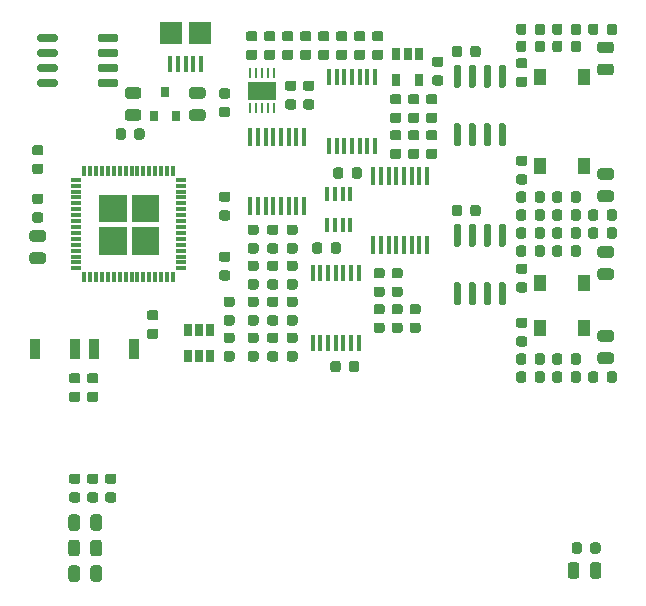
<source format=gbr>
G04 #@! TF.GenerationSoftware,KiCad,Pcbnew,5.1.10-88a1d61d58~88~ubuntu20.04.1*
G04 #@! TF.CreationDate,2021-06-15T20:39:54-04:00*
G04 #@! TF.ProjectId,oscope,6f73636f-7065-42e6-9b69-6361645f7063,rev?*
G04 #@! TF.SameCoordinates,PX3c8eee0PY31a8670*
G04 #@! TF.FileFunction,Paste,Top*
G04 #@! TF.FilePolarity,Positive*
%FSLAX46Y46*%
G04 Gerber Fmt 4.6, Leading zero omitted, Abs format (unit mm)*
G04 Created by KiCad (PCBNEW 5.1.10-88a1d61d58~88~ubuntu20.04.1) date 2021-06-15 20:39:54*
%MOMM*%
%LPD*%
G01*
G04 APERTURE LIST*
%ADD10C,0.100000*%
%ADD11R,0.250000X0.850000*%
%ADD12R,2.380000X1.650000*%
%ADD13R,0.400000X1.350000*%
%ADD14R,1.900000X1.900000*%
%ADD15R,0.900000X1.700000*%
%ADD16R,0.800000X0.900000*%
%ADD17R,0.650000X1.060000*%
%ADD18R,0.450000X1.450000*%
%ADD19R,0.450000X1.500000*%
%ADD20R,0.400000X1.220000*%
%ADD21R,1.075000X1.400000*%
%ADD22R,0.300000X0.850000*%
%ADD23R,0.850000X0.300000*%
G04 APERTURE END LIST*
D10*
G36*
X11517000Y-17903000D02*
G01*
X11517000Y-20153000D01*
X9267000Y-20153000D01*
X9267000Y-17903000D01*
X11517000Y-17903000D01*
G37*
X11517000Y-17903000D02*
X11517000Y-20153000D01*
X9267000Y-20153000D01*
X9267000Y-17903000D01*
X11517000Y-17903000D01*
G36*
X11517000Y-15153000D02*
G01*
X11517000Y-17403000D01*
X9267000Y-17403000D01*
X9267000Y-15153000D01*
X11517000Y-15153000D01*
G37*
X11517000Y-15153000D02*
X11517000Y-17403000D01*
X9267000Y-17403000D01*
X9267000Y-15153000D01*
X11517000Y-15153000D01*
G36*
X8767000Y-15153000D02*
G01*
X8767000Y-17403000D01*
X6517000Y-17403000D01*
X6517000Y-15153000D01*
X8767000Y-15153000D01*
G37*
X8767000Y-15153000D02*
X8767000Y-17403000D01*
X6517000Y-17403000D01*
X6517000Y-15153000D01*
X8767000Y-15153000D01*
G36*
X8767000Y-17903000D02*
G01*
X8767000Y-20153000D01*
X6517000Y-20153000D01*
X6517000Y-17903000D01*
X8767000Y-17903000D01*
G37*
X8767000Y-17903000D02*
X8767000Y-20153000D01*
X6517000Y-20153000D01*
X6517000Y-17903000D01*
X8767000Y-17903000D01*
G36*
G01*
X16888750Y-14904000D02*
X17401250Y-14904000D01*
G75*
G02*
X17620000Y-15122750I0J-218750D01*
G01*
X17620000Y-15560250D01*
G75*
G02*
X17401250Y-15779000I-218750J0D01*
G01*
X16888750Y-15779000D01*
G75*
G02*
X16670000Y-15560250I0J218750D01*
G01*
X16670000Y-15122750D01*
G75*
G02*
X16888750Y-14904000I218750J0D01*
G01*
G37*
G36*
G01*
X16888750Y-16479000D02*
X17401250Y-16479000D01*
G75*
G02*
X17620000Y-16697750I0J-218750D01*
G01*
X17620000Y-17135250D01*
G75*
G02*
X17401250Y-17354000I-218750J0D01*
G01*
X16888750Y-17354000D01*
G75*
G02*
X16670000Y-17135250I0J218750D01*
G01*
X16670000Y-16697750D01*
G75*
G02*
X16888750Y-16479000I218750J0D01*
G01*
G37*
D11*
X21320000Y-4900000D03*
X20820000Y-4900000D03*
X20320000Y-4900000D03*
X19820000Y-4900000D03*
X19320000Y-4900000D03*
X19320000Y-7800000D03*
X19820000Y-7800000D03*
X20320000Y-7800000D03*
X20820000Y-7800000D03*
X21320000Y-7800000D03*
D12*
X20320000Y-6350000D03*
G36*
G01*
X1777050Y-21033800D02*
X864550Y-21033800D01*
G75*
G02*
X620800Y-20790050I0J243750D01*
G01*
X620800Y-20302550D01*
G75*
G02*
X864550Y-20058800I243750J0D01*
G01*
X1777050Y-20058800D01*
G75*
G02*
X2020800Y-20302550I0J-243750D01*
G01*
X2020800Y-20790050D01*
G75*
G02*
X1777050Y-21033800I-243750J0D01*
G01*
G37*
G36*
G01*
X1777050Y-19158800D02*
X864550Y-19158800D01*
G75*
G02*
X620800Y-18915050I0J243750D01*
G01*
X620800Y-18427550D01*
G75*
G02*
X864550Y-18183800I243750J0D01*
G01*
X1777050Y-18183800D01*
G75*
G02*
X2020800Y-18427550I0J-243750D01*
G01*
X2020800Y-18915050D01*
G75*
G02*
X1777050Y-19158800I-243750J0D01*
G01*
G37*
G36*
G01*
X1064550Y-15081800D02*
X1577050Y-15081800D01*
G75*
G02*
X1795800Y-15300550I0J-218750D01*
G01*
X1795800Y-15738050D01*
G75*
G02*
X1577050Y-15956800I-218750J0D01*
G01*
X1064550Y-15956800D01*
G75*
G02*
X845800Y-15738050I0J218750D01*
G01*
X845800Y-15300550D01*
G75*
G02*
X1064550Y-15081800I218750J0D01*
G01*
G37*
G36*
G01*
X1064550Y-16656800D02*
X1577050Y-16656800D01*
G75*
G02*
X1795800Y-16875550I0J-218750D01*
G01*
X1795800Y-17313050D01*
G75*
G02*
X1577050Y-17531800I-218750J0D01*
G01*
X1064550Y-17531800D01*
G75*
G02*
X845800Y-17313050I0J218750D01*
G01*
X845800Y-16875550D01*
G75*
G02*
X1064550Y-16656800I218750J0D01*
G01*
G37*
G36*
G01*
X11305250Y-27387000D02*
X10792750Y-27387000D01*
G75*
G02*
X10574000Y-27168250I0J218750D01*
G01*
X10574000Y-26730750D01*
G75*
G02*
X10792750Y-26512000I218750J0D01*
G01*
X11305250Y-26512000D01*
G75*
G02*
X11524000Y-26730750I0J-218750D01*
G01*
X11524000Y-27168250D01*
G75*
G02*
X11305250Y-27387000I-218750J0D01*
G01*
G37*
G36*
G01*
X11305250Y-25812000D02*
X10792750Y-25812000D01*
G75*
G02*
X10574000Y-25593250I0J218750D01*
G01*
X10574000Y-25155750D01*
G75*
G02*
X10792750Y-24937000I218750J0D01*
G01*
X11305250Y-24937000D01*
G75*
G02*
X11524000Y-25155750I0J-218750D01*
G01*
X11524000Y-25593250D01*
G75*
G02*
X11305250Y-25812000I-218750J0D01*
G01*
G37*
G36*
G01*
X17401250Y-20859000D02*
X16888750Y-20859000D01*
G75*
G02*
X16670000Y-20640250I0J218750D01*
G01*
X16670000Y-20202750D01*
G75*
G02*
X16888750Y-19984000I218750J0D01*
G01*
X17401250Y-19984000D01*
G75*
G02*
X17620000Y-20202750I0J-218750D01*
G01*
X17620000Y-20640250D01*
G75*
G02*
X17401250Y-20859000I-218750J0D01*
G01*
G37*
G36*
G01*
X17401250Y-22434000D02*
X16888750Y-22434000D01*
G75*
G02*
X16670000Y-22215250I0J218750D01*
G01*
X16670000Y-21777750D01*
G75*
G02*
X16888750Y-21559000I218750J0D01*
G01*
X17401250Y-21559000D01*
G75*
G02*
X17620000Y-21777750I0J-218750D01*
G01*
X17620000Y-22215250D01*
G75*
G02*
X17401250Y-22434000I-218750J0D01*
G01*
G37*
G36*
G01*
X9494000Y-10289250D02*
X9494000Y-9776750D01*
G75*
G02*
X9712750Y-9558000I218750J0D01*
G01*
X10150250Y-9558000D01*
G75*
G02*
X10369000Y-9776750I0J-218750D01*
G01*
X10369000Y-10289250D01*
G75*
G02*
X10150250Y-10508000I-218750J0D01*
G01*
X9712750Y-10508000D01*
G75*
G02*
X9494000Y-10289250I0J218750D01*
G01*
G37*
G36*
G01*
X7919000Y-10289250D02*
X7919000Y-9776750D01*
G75*
G02*
X8137750Y-9558000I218750J0D01*
G01*
X8575250Y-9558000D01*
G75*
G02*
X8794000Y-9776750I0J-218750D01*
G01*
X8794000Y-10289250D01*
G75*
G02*
X8575250Y-10508000I-218750J0D01*
G01*
X8137750Y-10508000D01*
G75*
G02*
X7919000Y-10289250I0J218750D01*
G01*
G37*
G36*
G01*
X8941750Y-6068000D02*
X9854250Y-6068000D01*
G75*
G02*
X10098000Y-6311750I0J-243750D01*
G01*
X10098000Y-6799250D01*
G75*
G02*
X9854250Y-7043000I-243750J0D01*
G01*
X8941750Y-7043000D01*
G75*
G02*
X8698000Y-6799250I0J243750D01*
G01*
X8698000Y-6311750D01*
G75*
G02*
X8941750Y-6068000I243750J0D01*
G01*
G37*
G36*
G01*
X8941750Y-7943000D02*
X9854250Y-7943000D01*
G75*
G02*
X10098000Y-8186750I0J-243750D01*
G01*
X10098000Y-8674250D01*
G75*
G02*
X9854250Y-8918000I-243750J0D01*
G01*
X8941750Y-8918000D01*
G75*
G02*
X8698000Y-8674250I0J243750D01*
G01*
X8698000Y-8186750D01*
G75*
G02*
X8941750Y-7943000I243750J0D01*
G01*
G37*
G36*
G01*
X15289850Y-7043000D02*
X14377350Y-7043000D01*
G75*
G02*
X14133600Y-6799250I0J243750D01*
G01*
X14133600Y-6311750D01*
G75*
G02*
X14377350Y-6068000I243750J0D01*
G01*
X15289850Y-6068000D01*
G75*
G02*
X15533600Y-6311750I0J-243750D01*
G01*
X15533600Y-6799250D01*
G75*
G02*
X15289850Y-7043000I-243750J0D01*
G01*
G37*
G36*
G01*
X15289850Y-8918000D02*
X14377350Y-8918000D01*
G75*
G02*
X14133600Y-8674250I0J243750D01*
G01*
X14133600Y-8186750D01*
G75*
G02*
X14377350Y-7943000I243750J0D01*
G01*
X15289850Y-7943000D01*
G75*
G02*
X15533600Y-8186750I0J-243750D01*
G01*
X15533600Y-8674250D01*
G75*
G02*
X15289850Y-8918000I-243750J0D01*
G01*
G37*
G36*
G01*
X17782250Y-27717000D02*
X17269750Y-27717000D01*
G75*
G02*
X17051000Y-27498250I0J218750D01*
G01*
X17051000Y-27060750D01*
G75*
G02*
X17269750Y-26842000I218750J0D01*
G01*
X17782250Y-26842000D01*
G75*
G02*
X18001000Y-27060750I0J-218750D01*
G01*
X18001000Y-27498250D01*
G75*
G02*
X17782250Y-27717000I-218750J0D01*
G01*
G37*
G36*
G01*
X17782250Y-29292000D02*
X17269750Y-29292000D01*
G75*
G02*
X17051000Y-29073250I0J218750D01*
G01*
X17051000Y-28635750D01*
G75*
G02*
X17269750Y-28417000I218750J0D01*
G01*
X17782250Y-28417000D01*
G75*
G02*
X18001000Y-28635750I0J-218750D01*
G01*
X18001000Y-29073250D01*
G75*
G02*
X17782250Y-29292000I-218750J0D01*
G01*
G37*
G36*
G01*
X17782250Y-26244000D02*
X17269750Y-26244000D01*
G75*
G02*
X17051000Y-26025250I0J218750D01*
G01*
X17051000Y-25587750D01*
G75*
G02*
X17269750Y-25369000I218750J0D01*
G01*
X17782250Y-25369000D01*
G75*
G02*
X18001000Y-25587750I0J-218750D01*
G01*
X18001000Y-26025250D01*
G75*
G02*
X17782250Y-26244000I-218750J0D01*
G01*
G37*
G36*
G01*
X17782250Y-24669000D02*
X17269750Y-24669000D01*
G75*
G02*
X17051000Y-24450250I0J218750D01*
G01*
X17051000Y-24012750D01*
G75*
G02*
X17269750Y-23794000I218750J0D01*
G01*
X17782250Y-23794000D01*
G75*
G02*
X18001000Y-24012750I0J-218750D01*
G01*
X18001000Y-24450250D01*
G75*
G02*
X17782250Y-24669000I-218750J0D01*
G01*
G37*
G36*
G01*
X48799000Y-912150D02*
X48799000Y-1424650D01*
G75*
G02*
X48580250Y-1643400I-218750J0D01*
G01*
X48142750Y-1643400D01*
G75*
G02*
X47924000Y-1424650I0J218750D01*
G01*
X47924000Y-912150D01*
G75*
G02*
X48142750Y-693400I218750J0D01*
G01*
X48580250Y-693400D01*
G75*
G02*
X48799000Y-912150I0J-218750D01*
G01*
G37*
G36*
G01*
X50374000Y-912150D02*
X50374000Y-1424650D01*
G75*
G02*
X50155250Y-1643400I-218750J0D01*
G01*
X49717750Y-1643400D01*
G75*
G02*
X49499000Y-1424650I0J218750D01*
G01*
X49499000Y-912150D01*
G75*
G02*
X49717750Y-693400I218750J0D01*
G01*
X50155250Y-693400D01*
G75*
G02*
X50374000Y-912150I0J-218750D01*
G01*
G37*
G36*
G01*
X50374000Y-16634750D02*
X50374000Y-17147250D01*
G75*
G02*
X50155250Y-17366000I-218750J0D01*
G01*
X49717750Y-17366000D01*
G75*
G02*
X49499000Y-17147250I0J218750D01*
G01*
X49499000Y-16634750D01*
G75*
G02*
X49717750Y-16416000I218750J0D01*
G01*
X50155250Y-16416000D01*
G75*
G02*
X50374000Y-16634750I0J-218750D01*
G01*
G37*
G36*
G01*
X48799000Y-16634750D02*
X48799000Y-17147250D01*
G75*
G02*
X48580250Y-17366000I-218750J0D01*
G01*
X48142750Y-17366000D01*
G75*
G02*
X47924000Y-17147250I0J218750D01*
G01*
X47924000Y-16634750D01*
G75*
G02*
X48142750Y-16416000I218750J0D01*
G01*
X48580250Y-16416000D01*
G75*
G02*
X48799000Y-16634750I0J-218750D01*
G01*
G37*
G36*
G01*
X48799000Y-18158750D02*
X48799000Y-18671250D01*
G75*
G02*
X48580250Y-18890000I-218750J0D01*
G01*
X48142750Y-18890000D01*
G75*
G02*
X47924000Y-18671250I0J218750D01*
G01*
X47924000Y-18158750D01*
G75*
G02*
X48142750Y-17940000I218750J0D01*
G01*
X48580250Y-17940000D01*
G75*
G02*
X48799000Y-18158750I0J-218750D01*
G01*
G37*
G36*
G01*
X50374000Y-18158750D02*
X50374000Y-18671250D01*
G75*
G02*
X50155250Y-18890000I-218750J0D01*
G01*
X49717750Y-18890000D01*
G75*
G02*
X49499000Y-18671250I0J218750D01*
G01*
X49499000Y-18158750D01*
G75*
G02*
X49717750Y-17940000I218750J0D01*
G01*
X50155250Y-17940000D01*
G75*
G02*
X50374000Y-18158750I0J-218750D01*
G01*
G37*
G36*
G01*
X48799000Y-30350750D02*
X48799000Y-30863250D01*
G75*
G02*
X48580250Y-31082000I-218750J0D01*
G01*
X48142750Y-31082000D01*
G75*
G02*
X47924000Y-30863250I0J218750D01*
G01*
X47924000Y-30350750D01*
G75*
G02*
X48142750Y-30132000I218750J0D01*
G01*
X48580250Y-30132000D01*
G75*
G02*
X48799000Y-30350750I0J-218750D01*
G01*
G37*
G36*
G01*
X50374000Y-30350750D02*
X50374000Y-30863250D01*
G75*
G02*
X50155250Y-31082000I-218750J0D01*
G01*
X49717750Y-31082000D01*
G75*
G02*
X49499000Y-30863250I0J218750D01*
G01*
X49499000Y-30350750D01*
G75*
G02*
X49717750Y-30132000I218750J0D01*
G01*
X50155250Y-30132000D01*
G75*
G02*
X50374000Y-30350750I0J-218750D01*
G01*
G37*
G36*
G01*
X47326000Y-912150D02*
X47326000Y-1424650D01*
G75*
G02*
X47107250Y-1643400I-218750J0D01*
G01*
X46669750Y-1643400D01*
G75*
G02*
X46451000Y-1424650I0J218750D01*
G01*
X46451000Y-912150D01*
G75*
G02*
X46669750Y-693400I218750J0D01*
G01*
X47107250Y-693400D01*
G75*
G02*
X47326000Y-912150I0J-218750D01*
G01*
G37*
G36*
G01*
X45751000Y-912150D02*
X45751000Y-1424650D01*
G75*
G02*
X45532250Y-1643400I-218750J0D01*
G01*
X45094750Y-1643400D01*
G75*
G02*
X44876000Y-1424650I0J218750D01*
G01*
X44876000Y-912150D01*
G75*
G02*
X45094750Y-693400I218750J0D01*
G01*
X45532250Y-693400D01*
G75*
G02*
X45751000Y-912150I0J-218750D01*
G01*
G37*
G36*
G01*
X45751000Y-16634750D02*
X45751000Y-17147250D01*
G75*
G02*
X45532250Y-17366000I-218750J0D01*
G01*
X45094750Y-17366000D01*
G75*
G02*
X44876000Y-17147250I0J218750D01*
G01*
X44876000Y-16634750D01*
G75*
G02*
X45094750Y-16416000I218750J0D01*
G01*
X45532250Y-16416000D01*
G75*
G02*
X45751000Y-16634750I0J-218750D01*
G01*
G37*
G36*
G01*
X47326000Y-16634750D02*
X47326000Y-17147250D01*
G75*
G02*
X47107250Y-17366000I-218750J0D01*
G01*
X46669750Y-17366000D01*
G75*
G02*
X46451000Y-17147250I0J218750D01*
G01*
X46451000Y-16634750D01*
G75*
G02*
X46669750Y-16416000I218750J0D01*
G01*
X47107250Y-16416000D01*
G75*
G02*
X47326000Y-16634750I0J-218750D01*
G01*
G37*
G36*
G01*
X47326000Y-18158750D02*
X47326000Y-18671250D01*
G75*
G02*
X47107250Y-18890000I-218750J0D01*
G01*
X46669750Y-18890000D01*
G75*
G02*
X46451000Y-18671250I0J218750D01*
G01*
X46451000Y-18158750D01*
G75*
G02*
X46669750Y-17940000I218750J0D01*
G01*
X47107250Y-17940000D01*
G75*
G02*
X47326000Y-18158750I0J-218750D01*
G01*
G37*
G36*
G01*
X45751000Y-18158750D02*
X45751000Y-18671250D01*
G75*
G02*
X45532250Y-18890000I-218750J0D01*
G01*
X45094750Y-18890000D01*
G75*
G02*
X44876000Y-18671250I0J218750D01*
G01*
X44876000Y-18158750D01*
G75*
G02*
X45094750Y-17940000I218750J0D01*
G01*
X45532250Y-17940000D01*
G75*
G02*
X45751000Y-18158750I0J-218750D01*
G01*
G37*
G36*
G01*
X47326000Y-30350750D02*
X47326000Y-30863250D01*
G75*
G02*
X47107250Y-31082000I-218750J0D01*
G01*
X46669750Y-31082000D01*
G75*
G02*
X46451000Y-30863250I0J218750D01*
G01*
X46451000Y-30350750D01*
G75*
G02*
X46669750Y-30132000I218750J0D01*
G01*
X47107250Y-30132000D01*
G75*
G02*
X47326000Y-30350750I0J-218750D01*
G01*
G37*
G36*
G01*
X45751000Y-30350750D02*
X45751000Y-30863250D01*
G75*
G02*
X45532250Y-31082000I-218750J0D01*
G01*
X45094750Y-31082000D01*
G75*
G02*
X44876000Y-30863250I0J218750D01*
G01*
X44876000Y-30350750D01*
G75*
G02*
X45094750Y-30132000I218750J0D01*
G01*
X45532250Y-30132000D01*
G75*
G02*
X45751000Y-30350750I0J-218750D01*
G01*
G37*
G36*
G01*
X42703000Y-912150D02*
X42703000Y-1424650D01*
G75*
G02*
X42484250Y-1643400I-218750J0D01*
G01*
X42046750Y-1643400D01*
G75*
G02*
X41828000Y-1424650I0J218750D01*
G01*
X41828000Y-912150D01*
G75*
G02*
X42046750Y-693400I218750J0D01*
G01*
X42484250Y-693400D01*
G75*
G02*
X42703000Y-912150I0J-218750D01*
G01*
G37*
G36*
G01*
X44278000Y-912150D02*
X44278000Y-1424650D01*
G75*
G02*
X44059250Y-1643400I-218750J0D01*
G01*
X43621750Y-1643400D01*
G75*
G02*
X43403000Y-1424650I0J218750D01*
G01*
X43403000Y-912150D01*
G75*
G02*
X43621750Y-693400I218750J0D01*
G01*
X44059250Y-693400D01*
G75*
G02*
X44278000Y-912150I0J-218750D01*
G01*
G37*
G36*
G01*
X44278000Y-16634750D02*
X44278000Y-17147250D01*
G75*
G02*
X44059250Y-17366000I-218750J0D01*
G01*
X43621750Y-17366000D01*
G75*
G02*
X43403000Y-17147250I0J218750D01*
G01*
X43403000Y-16634750D01*
G75*
G02*
X43621750Y-16416000I218750J0D01*
G01*
X44059250Y-16416000D01*
G75*
G02*
X44278000Y-16634750I0J-218750D01*
G01*
G37*
G36*
G01*
X42703000Y-16634750D02*
X42703000Y-17147250D01*
G75*
G02*
X42484250Y-17366000I-218750J0D01*
G01*
X42046750Y-17366000D01*
G75*
G02*
X41828000Y-17147250I0J218750D01*
G01*
X41828000Y-16634750D01*
G75*
G02*
X42046750Y-16416000I218750J0D01*
G01*
X42484250Y-16416000D01*
G75*
G02*
X42703000Y-16634750I0J-218750D01*
G01*
G37*
G36*
G01*
X42703000Y-18158750D02*
X42703000Y-18671250D01*
G75*
G02*
X42484250Y-18890000I-218750J0D01*
G01*
X42046750Y-18890000D01*
G75*
G02*
X41828000Y-18671250I0J218750D01*
G01*
X41828000Y-18158750D01*
G75*
G02*
X42046750Y-17940000I218750J0D01*
G01*
X42484250Y-17940000D01*
G75*
G02*
X42703000Y-18158750I0J-218750D01*
G01*
G37*
G36*
G01*
X44278000Y-18158750D02*
X44278000Y-18671250D01*
G75*
G02*
X44059250Y-18890000I-218750J0D01*
G01*
X43621750Y-18890000D01*
G75*
G02*
X43403000Y-18671250I0J218750D01*
G01*
X43403000Y-18158750D01*
G75*
G02*
X43621750Y-17940000I218750J0D01*
G01*
X44059250Y-17940000D01*
G75*
G02*
X44278000Y-18158750I0J-218750D01*
G01*
G37*
G36*
G01*
X44278000Y-30350750D02*
X44278000Y-30863250D01*
G75*
G02*
X44059250Y-31082000I-218750J0D01*
G01*
X43621750Y-31082000D01*
G75*
G02*
X43403000Y-30863250I0J218750D01*
G01*
X43403000Y-30350750D01*
G75*
G02*
X43621750Y-30132000I218750J0D01*
G01*
X44059250Y-30132000D01*
G75*
G02*
X44278000Y-30350750I0J-218750D01*
G01*
G37*
G36*
G01*
X42703000Y-30350750D02*
X42703000Y-30863250D01*
G75*
G02*
X42484250Y-31082000I-218750J0D01*
G01*
X42046750Y-31082000D01*
G75*
G02*
X41828000Y-30863250I0J218750D01*
G01*
X41828000Y-30350750D01*
G75*
G02*
X42046750Y-30132000I218750J0D01*
G01*
X42484250Y-30132000D01*
G75*
G02*
X42703000Y-30350750I0J-218750D01*
G01*
G37*
G36*
G01*
X34922750Y-5049000D02*
X35435250Y-5049000D01*
G75*
G02*
X35654000Y-5267750I0J-218750D01*
G01*
X35654000Y-5705250D01*
G75*
G02*
X35435250Y-5924000I-218750J0D01*
G01*
X34922750Y-5924000D01*
G75*
G02*
X34704000Y-5705250I0J218750D01*
G01*
X34704000Y-5267750D01*
G75*
G02*
X34922750Y-5049000I218750J0D01*
G01*
G37*
G36*
G01*
X34922750Y-3474000D02*
X35435250Y-3474000D01*
G75*
G02*
X35654000Y-3692750I0J-218750D01*
G01*
X35654000Y-4130250D01*
G75*
G02*
X35435250Y-4349000I-218750J0D01*
G01*
X34922750Y-4349000D01*
G75*
G02*
X34704000Y-4130250I0J218750D01*
G01*
X34704000Y-3692750D01*
G75*
G02*
X34922750Y-3474000I218750J0D01*
G01*
G37*
G36*
G01*
X37242000Y-2791750D02*
X37242000Y-3304250D01*
G75*
G02*
X37023250Y-3523000I-218750J0D01*
G01*
X36585750Y-3523000D01*
G75*
G02*
X36367000Y-3304250I0J218750D01*
G01*
X36367000Y-2791750D01*
G75*
G02*
X36585750Y-2573000I218750J0D01*
G01*
X37023250Y-2573000D01*
G75*
G02*
X37242000Y-2791750I0J-218750D01*
G01*
G37*
G36*
G01*
X38817000Y-2791750D02*
X38817000Y-3304250D01*
G75*
G02*
X38598250Y-3523000I-218750J0D01*
G01*
X38160750Y-3523000D01*
G75*
G02*
X37942000Y-3304250I0J218750D01*
G01*
X37942000Y-2791750D01*
G75*
G02*
X38160750Y-2573000I218750J0D01*
G01*
X38598250Y-2573000D01*
G75*
G02*
X38817000Y-2791750I0J-218750D01*
G01*
G37*
G36*
G01*
X37242000Y-16253750D02*
X37242000Y-16766250D01*
G75*
G02*
X37023250Y-16985000I-218750J0D01*
G01*
X36585750Y-16985000D01*
G75*
G02*
X36367000Y-16766250I0J218750D01*
G01*
X36367000Y-16253750D01*
G75*
G02*
X36585750Y-16035000I218750J0D01*
G01*
X37023250Y-16035000D01*
G75*
G02*
X37242000Y-16253750I0J-218750D01*
G01*
G37*
G36*
G01*
X38817000Y-16253750D02*
X38817000Y-16766250D01*
G75*
G02*
X38598250Y-16985000I-218750J0D01*
G01*
X38160750Y-16985000D01*
G75*
G02*
X37942000Y-16766250I0J218750D01*
G01*
X37942000Y-16253750D01*
G75*
G02*
X38160750Y-16035000I218750J0D01*
G01*
X38598250Y-16035000D01*
G75*
G02*
X38817000Y-16253750I0J-218750D01*
G01*
G37*
G36*
G01*
X26794750Y-1315000D02*
X27307250Y-1315000D01*
G75*
G02*
X27526000Y-1533750I0J-218750D01*
G01*
X27526000Y-1971250D01*
G75*
G02*
X27307250Y-2190000I-218750J0D01*
G01*
X26794750Y-2190000D01*
G75*
G02*
X26576000Y-1971250I0J218750D01*
G01*
X26576000Y-1533750D01*
G75*
G02*
X26794750Y-1315000I218750J0D01*
G01*
G37*
G36*
G01*
X26794750Y-2890000D02*
X27307250Y-2890000D01*
G75*
G02*
X27526000Y-3108750I0J-218750D01*
G01*
X27526000Y-3546250D01*
G75*
G02*
X27307250Y-3765000I-218750J0D01*
G01*
X26794750Y-3765000D01*
G75*
G02*
X26576000Y-3546250I0J218750D01*
G01*
X26576000Y-3108750D01*
G75*
G02*
X26794750Y-2890000I218750J0D01*
G01*
G37*
G36*
G01*
X27909000Y-13591250D02*
X27909000Y-13078750D01*
G75*
G02*
X28127750Y-12860000I218750J0D01*
G01*
X28565250Y-12860000D01*
G75*
G02*
X28784000Y-13078750I0J-218750D01*
G01*
X28784000Y-13591250D01*
G75*
G02*
X28565250Y-13810000I-218750J0D01*
G01*
X28127750Y-13810000D01*
G75*
G02*
X27909000Y-13591250I0J218750D01*
G01*
G37*
G36*
G01*
X26334000Y-13591250D02*
X26334000Y-13078750D01*
G75*
G02*
X26552750Y-12860000I218750J0D01*
G01*
X26990250Y-12860000D01*
G75*
G02*
X27209000Y-13078750I0J-218750D01*
G01*
X27209000Y-13591250D01*
G75*
G02*
X26990250Y-13810000I-218750J0D01*
G01*
X26552750Y-13810000D01*
G75*
G02*
X26334000Y-13591250I0J218750D01*
G01*
G37*
G36*
G01*
X19687250Y-2190000D02*
X19174750Y-2190000D01*
G75*
G02*
X18956000Y-1971250I0J218750D01*
G01*
X18956000Y-1533750D01*
G75*
G02*
X19174750Y-1315000I218750J0D01*
G01*
X19687250Y-1315000D01*
G75*
G02*
X19906000Y-1533750I0J-218750D01*
G01*
X19906000Y-1971250D01*
G75*
G02*
X19687250Y-2190000I-218750J0D01*
G01*
G37*
G36*
G01*
X19687250Y-3765000D02*
X19174750Y-3765000D01*
G75*
G02*
X18956000Y-3546250I0J218750D01*
G01*
X18956000Y-3108750D01*
G75*
G02*
X19174750Y-2890000I218750J0D01*
G01*
X19687250Y-2890000D01*
G75*
G02*
X19906000Y-3108750I0J-218750D01*
G01*
X19906000Y-3546250D01*
G75*
G02*
X19687250Y-3765000I-218750J0D01*
G01*
G37*
G36*
G01*
X22222750Y-2890000D02*
X22735250Y-2890000D01*
G75*
G02*
X22954000Y-3108750I0J-218750D01*
G01*
X22954000Y-3546250D01*
G75*
G02*
X22735250Y-3765000I-218750J0D01*
G01*
X22222750Y-3765000D01*
G75*
G02*
X22004000Y-3546250I0J218750D01*
G01*
X22004000Y-3108750D01*
G75*
G02*
X22222750Y-2890000I218750J0D01*
G01*
G37*
G36*
G01*
X22222750Y-1315000D02*
X22735250Y-1315000D01*
G75*
G02*
X22954000Y-1533750I0J-218750D01*
G01*
X22954000Y-1971250D01*
G75*
G02*
X22735250Y-2190000I-218750J0D01*
G01*
X22222750Y-2190000D01*
G75*
G02*
X22004000Y-1971250I0J218750D01*
G01*
X22004000Y-1533750D01*
G75*
G02*
X22222750Y-1315000I218750J0D01*
G01*
G37*
G36*
G01*
X20698750Y-1315000D02*
X21211250Y-1315000D01*
G75*
G02*
X21430000Y-1533750I0J-218750D01*
G01*
X21430000Y-1971250D01*
G75*
G02*
X21211250Y-2190000I-218750J0D01*
G01*
X20698750Y-2190000D01*
G75*
G02*
X20480000Y-1971250I0J218750D01*
G01*
X20480000Y-1533750D01*
G75*
G02*
X20698750Y-1315000I218750J0D01*
G01*
G37*
G36*
G01*
X20698750Y-2890000D02*
X21211250Y-2890000D01*
G75*
G02*
X21430000Y-3108750I0J-218750D01*
G01*
X21430000Y-3546250D01*
G75*
G02*
X21211250Y-3765000I-218750J0D01*
G01*
X20698750Y-3765000D01*
G75*
G02*
X20480000Y-3546250I0J218750D01*
G01*
X20480000Y-3108750D01*
G75*
G02*
X20698750Y-2890000I218750J0D01*
G01*
G37*
G36*
G01*
X23116250Y-20148000D02*
X22603750Y-20148000D01*
G75*
G02*
X22385000Y-19929250I0J218750D01*
G01*
X22385000Y-19491750D01*
G75*
G02*
X22603750Y-19273000I218750J0D01*
G01*
X23116250Y-19273000D01*
G75*
G02*
X23335000Y-19491750I0J-218750D01*
G01*
X23335000Y-19929250D01*
G75*
G02*
X23116250Y-20148000I-218750J0D01*
G01*
G37*
G36*
G01*
X23116250Y-18573000D02*
X22603750Y-18573000D01*
G75*
G02*
X22385000Y-18354250I0J218750D01*
G01*
X22385000Y-17916750D01*
G75*
G02*
X22603750Y-17698000I218750J0D01*
G01*
X23116250Y-17698000D01*
G75*
G02*
X23335000Y-17916750I0J-218750D01*
G01*
X23335000Y-18354250D01*
G75*
G02*
X23116250Y-18573000I-218750J0D01*
G01*
G37*
G36*
G01*
X5784000Y-43382250D02*
X5784000Y-42469750D01*
G75*
G02*
X6027750Y-42226000I243750J0D01*
G01*
X6515250Y-42226000D01*
G75*
G02*
X6759000Y-42469750I0J-243750D01*
G01*
X6759000Y-43382250D01*
G75*
G02*
X6515250Y-43626000I-243750J0D01*
G01*
X6027750Y-43626000D01*
G75*
G02*
X5784000Y-43382250I0J243750D01*
G01*
G37*
G36*
G01*
X3909000Y-43382250D02*
X3909000Y-42469750D01*
G75*
G02*
X4152750Y-42226000I243750J0D01*
G01*
X4640250Y-42226000D01*
G75*
G02*
X4884000Y-42469750I0J-243750D01*
G01*
X4884000Y-43382250D01*
G75*
G02*
X4640250Y-43626000I-243750J0D01*
G01*
X4152750Y-43626000D01*
G75*
G02*
X3909000Y-43382250I0J243750D01*
G01*
G37*
G36*
G01*
X5784000Y-45541250D02*
X5784000Y-44628750D01*
G75*
G02*
X6027750Y-44385000I243750J0D01*
G01*
X6515250Y-44385000D01*
G75*
G02*
X6759000Y-44628750I0J-243750D01*
G01*
X6759000Y-45541250D01*
G75*
G02*
X6515250Y-45785000I-243750J0D01*
G01*
X6027750Y-45785000D01*
G75*
G02*
X5784000Y-45541250I0J243750D01*
G01*
G37*
G36*
G01*
X3909000Y-45541250D02*
X3909000Y-44628750D01*
G75*
G02*
X4152750Y-44385000I243750J0D01*
G01*
X4640250Y-44385000D01*
G75*
G02*
X4884000Y-44628750I0J-243750D01*
G01*
X4884000Y-45541250D01*
G75*
G02*
X4640250Y-45785000I-243750J0D01*
G01*
X4152750Y-45785000D01*
G75*
G02*
X3909000Y-45541250I0J243750D01*
G01*
G37*
G36*
G01*
X3909000Y-47700250D02*
X3909000Y-46787750D01*
G75*
G02*
X4152750Y-46544000I243750J0D01*
G01*
X4640250Y-46544000D01*
G75*
G02*
X4884000Y-46787750I0J-243750D01*
G01*
X4884000Y-47700250D01*
G75*
G02*
X4640250Y-47944000I-243750J0D01*
G01*
X4152750Y-47944000D01*
G75*
G02*
X3909000Y-47700250I0J243750D01*
G01*
G37*
G36*
G01*
X5784000Y-47700250D02*
X5784000Y-46787750D01*
G75*
G02*
X6027750Y-46544000I243750J0D01*
G01*
X6515250Y-46544000D01*
G75*
G02*
X6759000Y-46787750I0J-243750D01*
G01*
X6759000Y-47700250D01*
G75*
G02*
X6515250Y-47944000I-243750J0D01*
G01*
X6027750Y-47944000D01*
G75*
G02*
X5784000Y-47700250I0J243750D01*
G01*
G37*
G36*
G01*
X46200000Y-47446250D02*
X46200000Y-46533750D01*
G75*
G02*
X46443750Y-46290000I243750J0D01*
G01*
X46931250Y-46290000D01*
G75*
G02*
X47175000Y-46533750I0J-243750D01*
G01*
X47175000Y-47446250D01*
G75*
G02*
X46931250Y-47690000I-243750J0D01*
G01*
X46443750Y-47690000D01*
G75*
G02*
X46200000Y-47446250I0J243750D01*
G01*
G37*
G36*
G01*
X48075000Y-47446250D02*
X48075000Y-46533750D01*
G75*
G02*
X48318750Y-46290000I243750J0D01*
G01*
X48806250Y-46290000D01*
G75*
G02*
X49050000Y-46533750I0J-243750D01*
G01*
X49050000Y-47446250D01*
G75*
G02*
X48806250Y-47690000I-243750J0D01*
G01*
X48318750Y-47690000D01*
G75*
G02*
X48075000Y-47446250I0J243750D01*
G01*
G37*
D13*
X15143000Y-4135500D03*
X14493000Y-4135500D03*
X13843000Y-4135500D03*
X13193000Y-4135500D03*
X12543000Y-4135500D03*
D14*
X15043000Y-1460500D03*
X12643000Y-1460500D03*
G36*
G01*
X6225250Y-31146000D02*
X5712750Y-31146000D01*
G75*
G02*
X5494000Y-30927250I0J218750D01*
G01*
X5494000Y-30489750D01*
G75*
G02*
X5712750Y-30271000I218750J0D01*
G01*
X6225250Y-30271000D01*
G75*
G02*
X6444000Y-30489750I0J-218750D01*
G01*
X6444000Y-30927250D01*
G75*
G02*
X6225250Y-31146000I-218750J0D01*
G01*
G37*
G36*
G01*
X6225250Y-32721000D02*
X5712750Y-32721000D01*
G75*
G02*
X5494000Y-32502250I0J218750D01*
G01*
X5494000Y-32064750D01*
G75*
G02*
X5712750Y-31846000I218750J0D01*
G01*
X6225250Y-31846000D01*
G75*
G02*
X6444000Y-32064750I0J-218750D01*
G01*
X6444000Y-32502250D01*
G75*
G02*
X6225250Y-32721000I-218750J0D01*
G01*
G37*
G36*
G01*
X4701250Y-32721000D02*
X4188750Y-32721000D01*
G75*
G02*
X3970000Y-32502250I0J218750D01*
G01*
X3970000Y-32064750D01*
G75*
G02*
X4188750Y-31846000I218750J0D01*
G01*
X4701250Y-31846000D01*
G75*
G02*
X4920000Y-32064750I0J-218750D01*
G01*
X4920000Y-32502250D01*
G75*
G02*
X4701250Y-32721000I-218750J0D01*
G01*
G37*
G36*
G01*
X4701250Y-31146000D02*
X4188750Y-31146000D01*
G75*
G02*
X3970000Y-30927250I0J218750D01*
G01*
X3970000Y-30489750D01*
G75*
G02*
X4188750Y-30271000I218750J0D01*
G01*
X4701250Y-30271000D01*
G75*
G02*
X4920000Y-30489750I0J-218750D01*
G01*
X4920000Y-30927250D01*
G75*
G02*
X4701250Y-31146000I-218750J0D01*
G01*
G37*
G36*
G01*
X16888750Y-7741400D02*
X17401250Y-7741400D01*
G75*
G02*
X17620000Y-7960150I0J-218750D01*
G01*
X17620000Y-8397650D01*
G75*
G02*
X17401250Y-8616400I-218750J0D01*
G01*
X16888750Y-8616400D01*
G75*
G02*
X16670000Y-8397650I0J218750D01*
G01*
X16670000Y-7960150D01*
G75*
G02*
X16888750Y-7741400I218750J0D01*
G01*
G37*
G36*
G01*
X16888750Y-6166400D02*
X17401250Y-6166400D01*
G75*
G02*
X17620000Y-6385150I0J-218750D01*
G01*
X17620000Y-6822650D01*
G75*
G02*
X17401250Y-7041400I-218750J0D01*
G01*
X16888750Y-7041400D01*
G75*
G02*
X16670000Y-6822650I0J218750D01*
G01*
X16670000Y-6385150D01*
G75*
G02*
X16888750Y-6166400I218750J0D01*
G01*
G37*
G36*
G01*
X4188750Y-40355000D02*
X4701250Y-40355000D01*
G75*
G02*
X4920000Y-40573750I0J-218750D01*
G01*
X4920000Y-41011250D01*
G75*
G02*
X4701250Y-41230000I-218750J0D01*
G01*
X4188750Y-41230000D01*
G75*
G02*
X3970000Y-41011250I0J218750D01*
G01*
X3970000Y-40573750D01*
G75*
G02*
X4188750Y-40355000I218750J0D01*
G01*
G37*
G36*
G01*
X4188750Y-38780000D02*
X4701250Y-38780000D01*
G75*
G02*
X4920000Y-38998750I0J-218750D01*
G01*
X4920000Y-39436250D01*
G75*
G02*
X4701250Y-39655000I-218750J0D01*
G01*
X4188750Y-39655000D01*
G75*
G02*
X3970000Y-39436250I0J218750D01*
G01*
X3970000Y-38998750D01*
G75*
G02*
X4188750Y-38780000I218750J0D01*
G01*
G37*
G36*
G01*
X5712750Y-38780000D02*
X6225250Y-38780000D01*
G75*
G02*
X6444000Y-38998750I0J-218750D01*
G01*
X6444000Y-39436250D01*
G75*
G02*
X6225250Y-39655000I-218750J0D01*
G01*
X5712750Y-39655000D01*
G75*
G02*
X5494000Y-39436250I0J218750D01*
G01*
X5494000Y-38998750D01*
G75*
G02*
X5712750Y-38780000I218750J0D01*
G01*
G37*
G36*
G01*
X5712750Y-40355000D02*
X6225250Y-40355000D01*
G75*
G02*
X6444000Y-40573750I0J-218750D01*
G01*
X6444000Y-41011250D01*
G75*
G02*
X6225250Y-41230000I-218750J0D01*
G01*
X5712750Y-41230000D01*
G75*
G02*
X5494000Y-41011250I0J218750D01*
G01*
X5494000Y-40573750D01*
G75*
G02*
X5712750Y-40355000I218750J0D01*
G01*
G37*
G36*
G01*
X7236750Y-40355000D02*
X7749250Y-40355000D01*
G75*
G02*
X7968000Y-40573750I0J-218750D01*
G01*
X7968000Y-41011250D01*
G75*
G02*
X7749250Y-41230000I-218750J0D01*
G01*
X7236750Y-41230000D01*
G75*
G02*
X7018000Y-41011250I0J218750D01*
G01*
X7018000Y-40573750D01*
G75*
G02*
X7236750Y-40355000I218750J0D01*
G01*
G37*
G36*
G01*
X7236750Y-38780000D02*
X7749250Y-38780000D01*
G75*
G02*
X7968000Y-38998750I0J-218750D01*
G01*
X7968000Y-39436250D01*
G75*
G02*
X7749250Y-39655000I-218750J0D01*
G01*
X7236750Y-39655000D01*
G75*
G02*
X7018000Y-39436250I0J218750D01*
G01*
X7018000Y-38998750D01*
G75*
G02*
X7236750Y-38780000I218750J0D01*
G01*
G37*
G36*
G01*
X46527000Y-45341250D02*
X46527000Y-44828750D01*
G75*
G02*
X46745750Y-44610000I218750J0D01*
G01*
X47183250Y-44610000D01*
G75*
G02*
X47402000Y-44828750I0J-218750D01*
G01*
X47402000Y-45341250D01*
G75*
G02*
X47183250Y-45560000I-218750J0D01*
G01*
X46745750Y-45560000D01*
G75*
G02*
X46527000Y-45341250I0J218750D01*
G01*
G37*
G36*
G01*
X48102000Y-45341250D02*
X48102000Y-44828750D01*
G75*
G02*
X48320750Y-44610000I218750J0D01*
G01*
X48758250Y-44610000D01*
G75*
G02*
X48977000Y-44828750I0J-218750D01*
G01*
X48977000Y-45341250D01*
G75*
G02*
X48758250Y-45560000I-218750J0D01*
G01*
X48320750Y-45560000D01*
G75*
G02*
X48102000Y-45341250I0J218750D01*
G01*
G37*
G36*
G01*
X48946750Y-2207200D02*
X49859250Y-2207200D01*
G75*
G02*
X50103000Y-2450950I0J-243750D01*
G01*
X50103000Y-2938450D01*
G75*
G02*
X49859250Y-3182200I-243750J0D01*
G01*
X48946750Y-3182200D01*
G75*
G02*
X48703000Y-2938450I0J243750D01*
G01*
X48703000Y-2450950D01*
G75*
G02*
X48946750Y-2207200I243750J0D01*
G01*
G37*
G36*
G01*
X48946750Y-4082200D02*
X49859250Y-4082200D01*
G75*
G02*
X50103000Y-4325950I0J-243750D01*
G01*
X50103000Y-4813450D01*
G75*
G02*
X49859250Y-5057200I-243750J0D01*
G01*
X48946750Y-5057200D01*
G75*
G02*
X48703000Y-4813450I0J243750D01*
G01*
X48703000Y-4325950D01*
G75*
G02*
X48946750Y-4082200I243750J0D01*
G01*
G37*
G36*
G01*
X49859250Y-13901000D02*
X48946750Y-13901000D01*
G75*
G02*
X48703000Y-13657250I0J243750D01*
G01*
X48703000Y-13169750D01*
G75*
G02*
X48946750Y-12926000I243750J0D01*
G01*
X49859250Y-12926000D01*
G75*
G02*
X50103000Y-13169750I0J-243750D01*
G01*
X50103000Y-13657250D01*
G75*
G02*
X49859250Y-13901000I-243750J0D01*
G01*
G37*
G36*
G01*
X49859250Y-15776000D02*
X48946750Y-15776000D01*
G75*
G02*
X48703000Y-15532250I0J243750D01*
G01*
X48703000Y-15044750D01*
G75*
G02*
X48946750Y-14801000I243750J0D01*
G01*
X49859250Y-14801000D01*
G75*
G02*
X50103000Y-15044750I0J-243750D01*
G01*
X50103000Y-15532250D01*
G75*
G02*
X49859250Y-15776000I-243750J0D01*
G01*
G37*
G36*
G01*
X48946750Y-21405000D02*
X49859250Y-21405000D01*
G75*
G02*
X50103000Y-21648750I0J-243750D01*
G01*
X50103000Y-22136250D01*
G75*
G02*
X49859250Y-22380000I-243750J0D01*
G01*
X48946750Y-22380000D01*
G75*
G02*
X48703000Y-22136250I0J243750D01*
G01*
X48703000Y-21648750D01*
G75*
G02*
X48946750Y-21405000I243750J0D01*
G01*
G37*
G36*
G01*
X48946750Y-19530000D02*
X49859250Y-19530000D01*
G75*
G02*
X50103000Y-19773750I0J-243750D01*
G01*
X50103000Y-20261250D01*
G75*
G02*
X49859250Y-20505000I-243750J0D01*
G01*
X48946750Y-20505000D01*
G75*
G02*
X48703000Y-20261250I0J243750D01*
G01*
X48703000Y-19773750D01*
G75*
G02*
X48946750Y-19530000I243750J0D01*
G01*
G37*
G36*
G01*
X49859250Y-29492000D02*
X48946750Y-29492000D01*
G75*
G02*
X48703000Y-29248250I0J243750D01*
G01*
X48703000Y-28760750D01*
G75*
G02*
X48946750Y-28517000I243750J0D01*
G01*
X49859250Y-28517000D01*
G75*
G02*
X50103000Y-28760750I0J-243750D01*
G01*
X50103000Y-29248250D01*
G75*
G02*
X49859250Y-29492000I-243750J0D01*
G01*
G37*
G36*
G01*
X49859250Y-27617000D02*
X48946750Y-27617000D01*
G75*
G02*
X48703000Y-27373250I0J243750D01*
G01*
X48703000Y-26885750D01*
G75*
G02*
X48946750Y-26642000I243750J0D01*
G01*
X49859250Y-26642000D01*
G75*
G02*
X50103000Y-26885750I0J-243750D01*
G01*
X50103000Y-27373250D01*
G75*
G02*
X49859250Y-27617000I-243750J0D01*
G01*
G37*
G36*
G01*
X46451000Y-2872450D02*
X46451000Y-2359950D01*
G75*
G02*
X46669750Y-2141200I218750J0D01*
G01*
X47107250Y-2141200D01*
G75*
G02*
X47326000Y-2359950I0J-218750D01*
G01*
X47326000Y-2872450D01*
G75*
G02*
X47107250Y-3091200I-218750J0D01*
G01*
X46669750Y-3091200D01*
G75*
G02*
X46451000Y-2872450I0J218750D01*
G01*
G37*
G36*
G01*
X44876000Y-2872450D02*
X44876000Y-2359950D01*
G75*
G02*
X45094750Y-2141200I218750J0D01*
G01*
X45532250Y-2141200D01*
G75*
G02*
X45751000Y-2359950I0J-218750D01*
G01*
X45751000Y-2872450D01*
G75*
G02*
X45532250Y-3091200I-218750J0D01*
G01*
X45094750Y-3091200D01*
G75*
G02*
X44876000Y-2872450I0J218750D01*
G01*
G37*
G36*
G01*
X44876000Y-15623250D02*
X44876000Y-15110750D01*
G75*
G02*
X45094750Y-14892000I218750J0D01*
G01*
X45532250Y-14892000D01*
G75*
G02*
X45751000Y-15110750I0J-218750D01*
G01*
X45751000Y-15623250D01*
G75*
G02*
X45532250Y-15842000I-218750J0D01*
G01*
X45094750Y-15842000D01*
G75*
G02*
X44876000Y-15623250I0J218750D01*
G01*
G37*
G36*
G01*
X46451000Y-15623250D02*
X46451000Y-15110750D01*
G75*
G02*
X46669750Y-14892000I218750J0D01*
G01*
X47107250Y-14892000D01*
G75*
G02*
X47326000Y-15110750I0J-218750D01*
G01*
X47326000Y-15623250D01*
G75*
G02*
X47107250Y-15842000I-218750J0D01*
G01*
X46669750Y-15842000D01*
G75*
G02*
X46451000Y-15623250I0J218750D01*
G01*
G37*
G36*
G01*
X46451000Y-20195250D02*
X46451000Y-19682750D01*
G75*
G02*
X46669750Y-19464000I218750J0D01*
G01*
X47107250Y-19464000D01*
G75*
G02*
X47326000Y-19682750I0J-218750D01*
G01*
X47326000Y-20195250D01*
G75*
G02*
X47107250Y-20414000I-218750J0D01*
G01*
X46669750Y-20414000D01*
G75*
G02*
X46451000Y-20195250I0J218750D01*
G01*
G37*
G36*
G01*
X44876000Y-20195250D02*
X44876000Y-19682750D01*
G75*
G02*
X45094750Y-19464000I218750J0D01*
G01*
X45532250Y-19464000D01*
G75*
G02*
X45751000Y-19682750I0J-218750D01*
G01*
X45751000Y-20195250D01*
G75*
G02*
X45532250Y-20414000I-218750J0D01*
G01*
X45094750Y-20414000D01*
G75*
G02*
X44876000Y-20195250I0J218750D01*
G01*
G37*
G36*
G01*
X46451000Y-29339250D02*
X46451000Y-28826750D01*
G75*
G02*
X46669750Y-28608000I218750J0D01*
G01*
X47107250Y-28608000D01*
G75*
G02*
X47326000Y-28826750I0J-218750D01*
G01*
X47326000Y-29339250D01*
G75*
G02*
X47107250Y-29558000I-218750J0D01*
G01*
X46669750Y-29558000D01*
G75*
G02*
X46451000Y-29339250I0J218750D01*
G01*
G37*
G36*
G01*
X44876000Y-29339250D02*
X44876000Y-28826750D01*
G75*
G02*
X45094750Y-28608000I218750J0D01*
G01*
X45532250Y-28608000D01*
G75*
G02*
X45751000Y-28826750I0J-218750D01*
G01*
X45751000Y-29339250D01*
G75*
G02*
X45532250Y-29558000I-218750J0D01*
G01*
X45094750Y-29558000D01*
G75*
G02*
X44876000Y-29339250I0J218750D01*
G01*
G37*
G36*
G01*
X30355250Y-3765000D02*
X29842750Y-3765000D01*
G75*
G02*
X29624000Y-3546250I0J218750D01*
G01*
X29624000Y-3108750D01*
G75*
G02*
X29842750Y-2890000I218750J0D01*
G01*
X30355250Y-2890000D01*
G75*
G02*
X30574000Y-3108750I0J-218750D01*
G01*
X30574000Y-3546250D01*
G75*
G02*
X30355250Y-3765000I-218750J0D01*
G01*
G37*
G36*
G01*
X30355250Y-2190000D02*
X29842750Y-2190000D01*
G75*
G02*
X29624000Y-1971250I0J218750D01*
G01*
X29624000Y-1533750D01*
G75*
G02*
X29842750Y-1315000I218750J0D01*
G01*
X30355250Y-1315000D01*
G75*
G02*
X30574000Y-1533750I0J-218750D01*
G01*
X30574000Y-1971250D01*
G75*
G02*
X30355250Y-2190000I-218750J0D01*
G01*
G37*
G36*
G01*
X41828000Y-2872450D02*
X41828000Y-2359950D01*
G75*
G02*
X42046750Y-2141200I218750J0D01*
G01*
X42484250Y-2141200D01*
G75*
G02*
X42703000Y-2359950I0J-218750D01*
G01*
X42703000Y-2872450D01*
G75*
G02*
X42484250Y-3091200I-218750J0D01*
G01*
X42046750Y-3091200D01*
G75*
G02*
X41828000Y-2872450I0J218750D01*
G01*
G37*
G36*
G01*
X43403000Y-2872450D02*
X43403000Y-2359950D01*
G75*
G02*
X43621750Y-2141200I218750J0D01*
G01*
X44059250Y-2141200D01*
G75*
G02*
X44278000Y-2359950I0J-218750D01*
G01*
X44278000Y-2872450D01*
G75*
G02*
X44059250Y-3091200I-218750J0D01*
G01*
X43621750Y-3091200D01*
G75*
G02*
X43403000Y-2872450I0J218750D01*
G01*
G37*
G36*
G01*
X41828000Y-15623250D02*
X41828000Y-15110750D01*
G75*
G02*
X42046750Y-14892000I218750J0D01*
G01*
X42484250Y-14892000D01*
G75*
G02*
X42703000Y-15110750I0J-218750D01*
G01*
X42703000Y-15623250D01*
G75*
G02*
X42484250Y-15842000I-218750J0D01*
G01*
X42046750Y-15842000D01*
G75*
G02*
X41828000Y-15623250I0J218750D01*
G01*
G37*
G36*
G01*
X43403000Y-15623250D02*
X43403000Y-15110750D01*
G75*
G02*
X43621750Y-14892000I218750J0D01*
G01*
X44059250Y-14892000D01*
G75*
G02*
X44278000Y-15110750I0J-218750D01*
G01*
X44278000Y-15623250D01*
G75*
G02*
X44059250Y-15842000I-218750J0D01*
G01*
X43621750Y-15842000D01*
G75*
G02*
X43403000Y-15623250I0J218750D01*
G01*
G37*
G36*
G01*
X41828000Y-20195250D02*
X41828000Y-19682750D01*
G75*
G02*
X42046750Y-19464000I218750J0D01*
G01*
X42484250Y-19464000D01*
G75*
G02*
X42703000Y-19682750I0J-218750D01*
G01*
X42703000Y-20195250D01*
G75*
G02*
X42484250Y-20414000I-218750J0D01*
G01*
X42046750Y-20414000D01*
G75*
G02*
X41828000Y-20195250I0J218750D01*
G01*
G37*
G36*
G01*
X43403000Y-20195250D02*
X43403000Y-19682750D01*
G75*
G02*
X43621750Y-19464000I218750J0D01*
G01*
X44059250Y-19464000D01*
G75*
G02*
X44278000Y-19682750I0J-218750D01*
G01*
X44278000Y-20195250D01*
G75*
G02*
X44059250Y-20414000I-218750J0D01*
G01*
X43621750Y-20414000D01*
G75*
G02*
X43403000Y-20195250I0J218750D01*
G01*
G37*
G36*
G01*
X41828000Y-29339250D02*
X41828000Y-28826750D01*
G75*
G02*
X42046750Y-28608000I218750J0D01*
G01*
X42484250Y-28608000D01*
G75*
G02*
X42703000Y-28826750I0J-218750D01*
G01*
X42703000Y-29339250D01*
G75*
G02*
X42484250Y-29558000I-218750J0D01*
G01*
X42046750Y-29558000D01*
G75*
G02*
X41828000Y-29339250I0J218750D01*
G01*
G37*
G36*
G01*
X43403000Y-29339250D02*
X43403000Y-28826750D01*
G75*
G02*
X43621750Y-28608000I218750J0D01*
G01*
X44059250Y-28608000D01*
G75*
G02*
X44278000Y-28826750I0J-218750D01*
G01*
X44278000Y-29339250D01*
G75*
G02*
X44059250Y-29558000I-218750J0D01*
G01*
X43621750Y-29558000D01*
G75*
G02*
X43403000Y-29339250I0J218750D01*
G01*
G37*
G36*
G01*
X28318750Y-1315000D02*
X28831250Y-1315000D01*
G75*
G02*
X29050000Y-1533750I0J-218750D01*
G01*
X29050000Y-1971250D01*
G75*
G02*
X28831250Y-2190000I-218750J0D01*
G01*
X28318750Y-2190000D01*
G75*
G02*
X28100000Y-1971250I0J218750D01*
G01*
X28100000Y-1533750D01*
G75*
G02*
X28318750Y-1315000I218750J0D01*
G01*
G37*
G36*
G01*
X28318750Y-2890000D02*
X28831250Y-2890000D01*
G75*
G02*
X29050000Y-3108750I0J-218750D01*
G01*
X29050000Y-3546250D01*
G75*
G02*
X28831250Y-3765000I-218750J0D01*
G01*
X28318750Y-3765000D01*
G75*
G02*
X28100000Y-3546250I0J218750D01*
G01*
X28100000Y-3108750D01*
G75*
G02*
X28318750Y-2890000I218750J0D01*
G01*
G37*
G36*
G01*
X42034750Y-5176000D02*
X42547250Y-5176000D01*
G75*
G02*
X42766000Y-5394750I0J-218750D01*
G01*
X42766000Y-5832250D01*
G75*
G02*
X42547250Y-6051000I-218750J0D01*
G01*
X42034750Y-6051000D01*
G75*
G02*
X41816000Y-5832250I0J218750D01*
G01*
X41816000Y-5394750D01*
G75*
G02*
X42034750Y-5176000I218750J0D01*
G01*
G37*
G36*
G01*
X42034750Y-3601000D02*
X42547250Y-3601000D01*
G75*
G02*
X42766000Y-3819750I0J-218750D01*
G01*
X42766000Y-4257250D01*
G75*
G02*
X42547250Y-4476000I-218750J0D01*
G01*
X42034750Y-4476000D01*
G75*
G02*
X41816000Y-4257250I0J218750D01*
G01*
X41816000Y-3819750D01*
G75*
G02*
X42034750Y-3601000I218750J0D01*
G01*
G37*
G36*
G01*
X42547250Y-12731000D02*
X42034750Y-12731000D01*
G75*
G02*
X41816000Y-12512250I0J218750D01*
G01*
X41816000Y-12074750D01*
G75*
G02*
X42034750Y-11856000I218750J0D01*
G01*
X42547250Y-11856000D01*
G75*
G02*
X42766000Y-12074750I0J-218750D01*
G01*
X42766000Y-12512250D01*
G75*
G02*
X42547250Y-12731000I-218750J0D01*
G01*
G37*
G36*
G01*
X42547250Y-14306000D02*
X42034750Y-14306000D01*
G75*
G02*
X41816000Y-14087250I0J218750D01*
G01*
X41816000Y-13649750D01*
G75*
G02*
X42034750Y-13431000I218750J0D01*
G01*
X42547250Y-13431000D01*
G75*
G02*
X42766000Y-13649750I0J-218750D01*
G01*
X42766000Y-14087250D01*
G75*
G02*
X42547250Y-14306000I-218750J0D01*
G01*
G37*
G36*
G01*
X42034750Y-21000000D02*
X42547250Y-21000000D01*
G75*
G02*
X42766000Y-21218750I0J-218750D01*
G01*
X42766000Y-21656250D01*
G75*
G02*
X42547250Y-21875000I-218750J0D01*
G01*
X42034750Y-21875000D01*
G75*
G02*
X41816000Y-21656250I0J218750D01*
G01*
X41816000Y-21218750D01*
G75*
G02*
X42034750Y-21000000I218750J0D01*
G01*
G37*
G36*
G01*
X42034750Y-22575000D02*
X42547250Y-22575000D01*
G75*
G02*
X42766000Y-22793750I0J-218750D01*
G01*
X42766000Y-23231250D01*
G75*
G02*
X42547250Y-23450000I-218750J0D01*
G01*
X42034750Y-23450000D01*
G75*
G02*
X41816000Y-23231250I0J218750D01*
G01*
X41816000Y-22793750D01*
G75*
G02*
X42034750Y-22575000I218750J0D01*
G01*
G37*
G36*
G01*
X42547250Y-26447000D02*
X42034750Y-26447000D01*
G75*
G02*
X41816000Y-26228250I0J218750D01*
G01*
X41816000Y-25790750D01*
G75*
G02*
X42034750Y-25572000I218750J0D01*
G01*
X42547250Y-25572000D01*
G75*
G02*
X42766000Y-25790750I0J-218750D01*
G01*
X42766000Y-26228250D01*
G75*
G02*
X42547250Y-26447000I-218750J0D01*
G01*
G37*
G36*
G01*
X42547250Y-28022000D02*
X42034750Y-28022000D01*
G75*
G02*
X41816000Y-27803250I0J218750D01*
G01*
X41816000Y-27365750D01*
G75*
G02*
X42034750Y-27147000I218750J0D01*
G01*
X42547250Y-27147000D01*
G75*
G02*
X42766000Y-27365750I0J-218750D01*
G01*
X42766000Y-27803250D01*
G75*
G02*
X42547250Y-28022000I-218750J0D01*
G01*
G37*
G36*
G01*
X32890750Y-8224000D02*
X33403250Y-8224000D01*
G75*
G02*
X33622000Y-8442750I0J-218750D01*
G01*
X33622000Y-8880250D01*
G75*
G02*
X33403250Y-9099000I-218750J0D01*
G01*
X32890750Y-9099000D01*
G75*
G02*
X32672000Y-8880250I0J218750D01*
G01*
X32672000Y-8442750D01*
G75*
G02*
X32890750Y-8224000I218750J0D01*
G01*
G37*
G36*
G01*
X32890750Y-6649000D02*
X33403250Y-6649000D01*
G75*
G02*
X33622000Y-6867750I0J-218750D01*
G01*
X33622000Y-7305250D01*
G75*
G02*
X33403250Y-7524000I-218750J0D01*
G01*
X32890750Y-7524000D01*
G75*
G02*
X32672000Y-7305250I0J218750D01*
G01*
X32672000Y-6867750D01*
G75*
G02*
X32890750Y-6649000I218750J0D01*
G01*
G37*
G36*
G01*
X34414750Y-6649000D02*
X34927250Y-6649000D01*
G75*
G02*
X35146000Y-6867750I0J-218750D01*
G01*
X35146000Y-7305250D01*
G75*
G02*
X34927250Y-7524000I-218750J0D01*
G01*
X34414750Y-7524000D01*
G75*
G02*
X34196000Y-7305250I0J218750D01*
G01*
X34196000Y-6867750D01*
G75*
G02*
X34414750Y-6649000I218750J0D01*
G01*
G37*
G36*
G01*
X34414750Y-8224000D02*
X34927250Y-8224000D01*
G75*
G02*
X35146000Y-8442750I0J-218750D01*
G01*
X35146000Y-8880250D01*
G75*
G02*
X34927250Y-9099000I-218750J0D01*
G01*
X34414750Y-9099000D01*
G75*
G02*
X34196000Y-8880250I0J218750D01*
G01*
X34196000Y-8442750D01*
G75*
G02*
X34414750Y-8224000I218750J0D01*
G01*
G37*
G36*
G01*
X33403250Y-10572000D02*
X32890750Y-10572000D01*
G75*
G02*
X32672000Y-10353250I0J218750D01*
G01*
X32672000Y-9915750D01*
G75*
G02*
X32890750Y-9697000I218750J0D01*
G01*
X33403250Y-9697000D01*
G75*
G02*
X33622000Y-9915750I0J-218750D01*
G01*
X33622000Y-10353250D01*
G75*
G02*
X33403250Y-10572000I-218750J0D01*
G01*
G37*
G36*
G01*
X33403250Y-12147000D02*
X32890750Y-12147000D01*
G75*
G02*
X32672000Y-11928250I0J218750D01*
G01*
X32672000Y-11490750D01*
G75*
G02*
X32890750Y-11272000I218750J0D01*
G01*
X33403250Y-11272000D01*
G75*
G02*
X33622000Y-11490750I0J-218750D01*
G01*
X33622000Y-11928250D01*
G75*
G02*
X33403250Y-12147000I-218750J0D01*
G01*
G37*
G36*
G01*
X34927250Y-12147000D02*
X34414750Y-12147000D01*
G75*
G02*
X34196000Y-11928250I0J218750D01*
G01*
X34196000Y-11490750D01*
G75*
G02*
X34414750Y-11272000I218750J0D01*
G01*
X34927250Y-11272000D01*
G75*
G02*
X35146000Y-11490750I0J-218750D01*
G01*
X35146000Y-11928250D01*
G75*
G02*
X34927250Y-12147000I-218750J0D01*
G01*
G37*
G36*
G01*
X34927250Y-10572000D02*
X34414750Y-10572000D01*
G75*
G02*
X34196000Y-10353250I0J218750D01*
G01*
X34196000Y-9915750D01*
G75*
G02*
X34414750Y-9697000I218750J0D01*
G01*
X34927250Y-9697000D01*
G75*
G02*
X35146000Y-9915750I0J-218750D01*
G01*
X35146000Y-10353250D01*
G75*
G02*
X34927250Y-10572000I-218750J0D01*
G01*
G37*
G36*
G01*
X31366750Y-8224000D02*
X31879250Y-8224000D01*
G75*
G02*
X32098000Y-8442750I0J-218750D01*
G01*
X32098000Y-8880250D01*
G75*
G02*
X31879250Y-9099000I-218750J0D01*
G01*
X31366750Y-9099000D01*
G75*
G02*
X31148000Y-8880250I0J218750D01*
G01*
X31148000Y-8442750D01*
G75*
G02*
X31366750Y-8224000I218750J0D01*
G01*
G37*
G36*
G01*
X31366750Y-6649000D02*
X31879250Y-6649000D01*
G75*
G02*
X32098000Y-6867750I0J-218750D01*
G01*
X32098000Y-7305250D01*
G75*
G02*
X31879250Y-7524000I-218750J0D01*
G01*
X31366750Y-7524000D01*
G75*
G02*
X31148000Y-7305250I0J218750D01*
G01*
X31148000Y-6867750D01*
G75*
G02*
X31366750Y-6649000I218750J0D01*
G01*
G37*
G36*
G01*
X31879250Y-12147000D02*
X31366750Y-12147000D01*
G75*
G02*
X31148000Y-11928250I0J218750D01*
G01*
X31148000Y-11490750D01*
G75*
G02*
X31366750Y-11272000I218750J0D01*
G01*
X31879250Y-11272000D01*
G75*
G02*
X32098000Y-11490750I0J-218750D01*
G01*
X32098000Y-11928250D01*
G75*
G02*
X31879250Y-12147000I-218750J0D01*
G01*
G37*
G36*
G01*
X31879250Y-10572000D02*
X31366750Y-10572000D01*
G75*
G02*
X31148000Y-10353250I0J218750D01*
G01*
X31148000Y-9915750D01*
G75*
G02*
X31366750Y-9697000I218750J0D01*
G01*
X31879250Y-9697000D01*
G75*
G02*
X32098000Y-9915750I0J-218750D01*
G01*
X32098000Y-10353250D01*
G75*
G02*
X31879250Y-10572000I-218750J0D01*
G01*
G37*
G36*
G01*
X21465250Y-24669000D02*
X20952750Y-24669000D01*
G75*
G02*
X20734000Y-24450250I0J218750D01*
G01*
X20734000Y-24012750D01*
G75*
G02*
X20952750Y-23794000I218750J0D01*
G01*
X21465250Y-23794000D01*
G75*
G02*
X21684000Y-24012750I0J-218750D01*
G01*
X21684000Y-24450250D01*
G75*
G02*
X21465250Y-24669000I-218750J0D01*
G01*
G37*
G36*
G01*
X21465250Y-26244000D02*
X20952750Y-26244000D01*
G75*
G02*
X20734000Y-26025250I0J218750D01*
G01*
X20734000Y-25587750D01*
G75*
G02*
X20952750Y-25369000I218750J0D01*
G01*
X21465250Y-25369000D01*
G75*
G02*
X21684000Y-25587750I0J-218750D01*
G01*
X21684000Y-26025250D01*
G75*
G02*
X21465250Y-26244000I-218750J0D01*
G01*
G37*
G36*
G01*
X21465250Y-21621000D02*
X20952750Y-21621000D01*
G75*
G02*
X20734000Y-21402250I0J218750D01*
G01*
X20734000Y-20964750D01*
G75*
G02*
X20952750Y-20746000I218750J0D01*
G01*
X21465250Y-20746000D01*
G75*
G02*
X21684000Y-20964750I0J-218750D01*
G01*
X21684000Y-21402250D01*
G75*
G02*
X21465250Y-21621000I-218750J0D01*
G01*
G37*
G36*
G01*
X21465250Y-23196000D02*
X20952750Y-23196000D01*
G75*
G02*
X20734000Y-22977250I0J218750D01*
G01*
X20734000Y-22539750D01*
G75*
G02*
X20952750Y-22321000I218750J0D01*
G01*
X21465250Y-22321000D01*
G75*
G02*
X21684000Y-22539750I0J-218750D01*
G01*
X21684000Y-22977250D01*
G75*
G02*
X21465250Y-23196000I-218750J0D01*
G01*
G37*
G36*
G01*
X20952750Y-19273000D02*
X21465250Y-19273000D01*
G75*
G02*
X21684000Y-19491750I0J-218750D01*
G01*
X21684000Y-19929250D01*
G75*
G02*
X21465250Y-20148000I-218750J0D01*
G01*
X20952750Y-20148000D01*
G75*
G02*
X20734000Y-19929250I0J218750D01*
G01*
X20734000Y-19491750D01*
G75*
G02*
X20952750Y-19273000I218750J0D01*
G01*
G37*
G36*
G01*
X20952750Y-17698000D02*
X21465250Y-17698000D01*
G75*
G02*
X21684000Y-17916750I0J-218750D01*
G01*
X21684000Y-18354250D01*
G75*
G02*
X21465250Y-18573000I-218750J0D01*
G01*
X20952750Y-18573000D01*
G75*
G02*
X20734000Y-18354250I0J218750D01*
G01*
X20734000Y-17916750D01*
G75*
G02*
X20952750Y-17698000I218750J0D01*
G01*
G37*
G36*
G01*
X19814250Y-26244000D02*
X19301750Y-26244000D01*
G75*
G02*
X19083000Y-26025250I0J218750D01*
G01*
X19083000Y-25587750D01*
G75*
G02*
X19301750Y-25369000I218750J0D01*
G01*
X19814250Y-25369000D01*
G75*
G02*
X20033000Y-25587750I0J-218750D01*
G01*
X20033000Y-26025250D01*
G75*
G02*
X19814250Y-26244000I-218750J0D01*
G01*
G37*
G36*
G01*
X19814250Y-24669000D02*
X19301750Y-24669000D01*
G75*
G02*
X19083000Y-24450250I0J218750D01*
G01*
X19083000Y-24012750D01*
G75*
G02*
X19301750Y-23794000I218750J0D01*
G01*
X19814250Y-23794000D01*
G75*
G02*
X20033000Y-24012750I0J-218750D01*
G01*
X20033000Y-24450250D01*
G75*
G02*
X19814250Y-24669000I-218750J0D01*
G01*
G37*
G36*
G01*
X19814250Y-23196000D02*
X19301750Y-23196000D01*
G75*
G02*
X19083000Y-22977250I0J218750D01*
G01*
X19083000Y-22539750D01*
G75*
G02*
X19301750Y-22321000I218750J0D01*
G01*
X19814250Y-22321000D01*
G75*
G02*
X20033000Y-22539750I0J-218750D01*
G01*
X20033000Y-22977250D01*
G75*
G02*
X19814250Y-23196000I-218750J0D01*
G01*
G37*
G36*
G01*
X19814250Y-21621000D02*
X19301750Y-21621000D01*
G75*
G02*
X19083000Y-21402250I0J218750D01*
G01*
X19083000Y-20964750D01*
G75*
G02*
X19301750Y-20746000I218750J0D01*
G01*
X19814250Y-20746000D01*
G75*
G02*
X20033000Y-20964750I0J-218750D01*
G01*
X20033000Y-21402250D01*
G75*
G02*
X19814250Y-21621000I-218750J0D01*
G01*
G37*
G36*
G01*
X19814250Y-18573000D02*
X19301750Y-18573000D01*
G75*
G02*
X19083000Y-18354250I0J218750D01*
G01*
X19083000Y-17916750D01*
G75*
G02*
X19301750Y-17698000I218750J0D01*
G01*
X19814250Y-17698000D01*
G75*
G02*
X20033000Y-17916750I0J-218750D01*
G01*
X20033000Y-18354250D01*
G75*
G02*
X19814250Y-18573000I-218750J0D01*
G01*
G37*
G36*
G01*
X19814250Y-20148000D02*
X19301750Y-20148000D01*
G75*
G02*
X19083000Y-19929250I0J218750D01*
G01*
X19083000Y-19491750D01*
G75*
G02*
X19301750Y-19273000I218750J0D01*
G01*
X19814250Y-19273000D01*
G75*
G02*
X20033000Y-19491750I0J-218750D01*
G01*
X20033000Y-19929250D01*
G75*
G02*
X19814250Y-20148000I-218750J0D01*
G01*
G37*
G36*
G01*
X25783250Y-2190000D02*
X25270750Y-2190000D01*
G75*
G02*
X25052000Y-1971250I0J218750D01*
G01*
X25052000Y-1533750D01*
G75*
G02*
X25270750Y-1315000I218750J0D01*
G01*
X25783250Y-1315000D01*
G75*
G02*
X26002000Y-1533750I0J-218750D01*
G01*
X26002000Y-1971250D01*
G75*
G02*
X25783250Y-2190000I-218750J0D01*
G01*
G37*
G36*
G01*
X25783250Y-3765000D02*
X25270750Y-3765000D01*
G75*
G02*
X25052000Y-3546250I0J218750D01*
G01*
X25052000Y-3108750D01*
G75*
G02*
X25270750Y-2890000I218750J0D01*
G01*
X25783250Y-2890000D01*
G75*
G02*
X26002000Y-3108750I0J-218750D01*
G01*
X26002000Y-3546250D01*
G75*
G02*
X25783250Y-3765000I-218750J0D01*
G01*
G37*
G36*
G01*
X24259250Y-3765000D02*
X23746750Y-3765000D01*
G75*
G02*
X23528000Y-3546250I0J218750D01*
G01*
X23528000Y-3108750D01*
G75*
G02*
X23746750Y-2890000I218750J0D01*
G01*
X24259250Y-2890000D01*
G75*
G02*
X24478000Y-3108750I0J-218750D01*
G01*
X24478000Y-3546250D01*
G75*
G02*
X24259250Y-3765000I-218750J0D01*
G01*
G37*
G36*
G01*
X24259250Y-2190000D02*
X23746750Y-2190000D01*
G75*
G02*
X23528000Y-1971250I0J218750D01*
G01*
X23528000Y-1533750D01*
G75*
G02*
X23746750Y-1315000I218750J0D01*
G01*
X24259250Y-1315000D01*
G75*
G02*
X24478000Y-1533750I0J-218750D01*
G01*
X24478000Y-1971250D01*
G75*
G02*
X24259250Y-2190000I-218750J0D01*
G01*
G37*
G36*
G01*
X24513250Y-7956000D02*
X24000750Y-7956000D01*
G75*
G02*
X23782000Y-7737250I0J218750D01*
G01*
X23782000Y-7299750D01*
G75*
G02*
X24000750Y-7081000I218750J0D01*
G01*
X24513250Y-7081000D01*
G75*
G02*
X24732000Y-7299750I0J-218750D01*
G01*
X24732000Y-7737250D01*
G75*
G02*
X24513250Y-7956000I-218750J0D01*
G01*
G37*
G36*
G01*
X24513250Y-6381000D02*
X24000750Y-6381000D01*
G75*
G02*
X23782000Y-6162250I0J218750D01*
G01*
X23782000Y-5724750D01*
G75*
G02*
X24000750Y-5506000I218750J0D01*
G01*
X24513250Y-5506000D01*
G75*
G02*
X24732000Y-5724750I0J-218750D01*
G01*
X24732000Y-6162250D01*
G75*
G02*
X24513250Y-6381000I-218750J0D01*
G01*
G37*
G36*
G01*
X22989250Y-7956000D02*
X22476750Y-7956000D01*
G75*
G02*
X22258000Y-7737250I0J218750D01*
G01*
X22258000Y-7299750D01*
G75*
G02*
X22476750Y-7081000I218750J0D01*
G01*
X22989250Y-7081000D01*
G75*
G02*
X23208000Y-7299750I0J-218750D01*
G01*
X23208000Y-7737250D01*
G75*
G02*
X22989250Y-7956000I-218750J0D01*
G01*
G37*
G36*
G01*
X22989250Y-6381000D02*
X22476750Y-6381000D01*
G75*
G02*
X22258000Y-6162250I0J218750D01*
G01*
X22258000Y-5724750D01*
G75*
G02*
X22476750Y-5506000I218750J0D01*
G01*
X22989250Y-5506000D01*
G75*
G02*
X23208000Y-5724750I0J-218750D01*
G01*
X23208000Y-6162250D01*
G75*
G02*
X22989250Y-6381000I-218750J0D01*
G01*
G37*
G36*
G01*
X19814250Y-27717000D02*
X19301750Y-27717000D01*
G75*
G02*
X19083000Y-27498250I0J218750D01*
G01*
X19083000Y-27060750D01*
G75*
G02*
X19301750Y-26842000I218750J0D01*
G01*
X19814250Y-26842000D01*
G75*
G02*
X20033000Y-27060750I0J-218750D01*
G01*
X20033000Y-27498250D01*
G75*
G02*
X19814250Y-27717000I-218750J0D01*
G01*
G37*
G36*
G01*
X19814250Y-29292000D02*
X19301750Y-29292000D01*
G75*
G02*
X19083000Y-29073250I0J218750D01*
G01*
X19083000Y-28635750D01*
G75*
G02*
X19301750Y-28417000I218750J0D01*
G01*
X19814250Y-28417000D01*
G75*
G02*
X20033000Y-28635750I0J-218750D01*
G01*
X20033000Y-29073250D01*
G75*
G02*
X19814250Y-29292000I-218750J0D01*
G01*
G37*
G36*
G01*
X20952750Y-28417000D02*
X21465250Y-28417000D01*
G75*
G02*
X21684000Y-28635750I0J-218750D01*
G01*
X21684000Y-29073250D01*
G75*
G02*
X21465250Y-29292000I-218750J0D01*
G01*
X20952750Y-29292000D01*
G75*
G02*
X20734000Y-29073250I0J218750D01*
G01*
X20734000Y-28635750D01*
G75*
G02*
X20952750Y-28417000I218750J0D01*
G01*
G37*
G36*
G01*
X20952750Y-26842000D02*
X21465250Y-26842000D01*
G75*
G02*
X21684000Y-27060750I0J-218750D01*
G01*
X21684000Y-27498250D01*
G75*
G02*
X21465250Y-27717000I-218750J0D01*
G01*
X20952750Y-27717000D01*
G75*
G02*
X20734000Y-27498250I0J218750D01*
G01*
X20734000Y-27060750D01*
G75*
G02*
X20952750Y-26842000I218750J0D01*
G01*
G37*
G36*
G01*
X23116250Y-21621000D02*
X22603750Y-21621000D01*
G75*
G02*
X22385000Y-21402250I0J218750D01*
G01*
X22385000Y-20964750D01*
G75*
G02*
X22603750Y-20746000I218750J0D01*
G01*
X23116250Y-20746000D01*
G75*
G02*
X23335000Y-20964750I0J-218750D01*
G01*
X23335000Y-21402250D01*
G75*
G02*
X23116250Y-21621000I-218750J0D01*
G01*
G37*
G36*
G01*
X23116250Y-23196000D02*
X22603750Y-23196000D01*
G75*
G02*
X22385000Y-22977250I0J218750D01*
G01*
X22385000Y-22539750D01*
G75*
G02*
X22603750Y-22321000I218750J0D01*
G01*
X23116250Y-22321000D01*
G75*
G02*
X23335000Y-22539750I0J-218750D01*
G01*
X23335000Y-22977250D01*
G75*
G02*
X23116250Y-23196000I-218750J0D01*
G01*
G37*
G36*
G01*
X30482250Y-23831000D02*
X29969750Y-23831000D01*
G75*
G02*
X29751000Y-23612250I0J218750D01*
G01*
X29751000Y-23174750D01*
G75*
G02*
X29969750Y-22956000I218750J0D01*
G01*
X30482250Y-22956000D01*
G75*
G02*
X30701000Y-23174750I0J-218750D01*
G01*
X30701000Y-23612250D01*
G75*
G02*
X30482250Y-23831000I-218750J0D01*
G01*
G37*
G36*
G01*
X30482250Y-22256000D02*
X29969750Y-22256000D01*
G75*
G02*
X29751000Y-22037250I0J218750D01*
G01*
X29751000Y-21599750D01*
G75*
G02*
X29969750Y-21381000I218750J0D01*
G01*
X30482250Y-21381000D01*
G75*
G02*
X30701000Y-21599750I0J-218750D01*
G01*
X30701000Y-22037250D01*
G75*
G02*
X30482250Y-22256000I-218750J0D01*
G01*
G37*
G36*
G01*
X22603750Y-26842000D02*
X23116250Y-26842000D01*
G75*
G02*
X23335000Y-27060750I0J-218750D01*
G01*
X23335000Y-27498250D01*
G75*
G02*
X23116250Y-27717000I-218750J0D01*
G01*
X22603750Y-27717000D01*
G75*
G02*
X22385000Y-27498250I0J218750D01*
G01*
X22385000Y-27060750D01*
G75*
G02*
X22603750Y-26842000I218750J0D01*
G01*
G37*
G36*
G01*
X22603750Y-28417000D02*
X23116250Y-28417000D01*
G75*
G02*
X23335000Y-28635750I0J-218750D01*
G01*
X23335000Y-29073250D01*
G75*
G02*
X23116250Y-29292000I-218750J0D01*
G01*
X22603750Y-29292000D01*
G75*
G02*
X22385000Y-29073250I0J218750D01*
G01*
X22385000Y-28635750D01*
G75*
G02*
X22603750Y-28417000I218750J0D01*
G01*
G37*
G36*
G01*
X23116250Y-26244000D02*
X22603750Y-26244000D01*
G75*
G02*
X22385000Y-26025250I0J218750D01*
G01*
X22385000Y-25587750D01*
G75*
G02*
X22603750Y-25369000I218750J0D01*
G01*
X23116250Y-25369000D01*
G75*
G02*
X23335000Y-25587750I0J-218750D01*
G01*
X23335000Y-26025250D01*
G75*
G02*
X23116250Y-26244000I-218750J0D01*
G01*
G37*
G36*
G01*
X23116250Y-24669000D02*
X22603750Y-24669000D01*
G75*
G02*
X22385000Y-24450250I0J218750D01*
G01*
X22385000Y-24012750D01*
G75*
G02*
X22603750Y-23794000I218750J0D01*
G01*
X23116250Y-23794000D01*
G75*
G02*
X23335000Y-24012750I0J-218750D01*
G01*
X23335000Y-24450250D01*
G75*
G02*
X23116250Y-24669000I-218750J0D01*
G01*
G37*
G36*
G01*
X31493750Y-22956000D02*
X32006250Y-22956000D01*
G75*
G02*
X32225000Y-23174750I0J-218750D01*
G01*
X32225000Y-23612250D01*
G75*
G02*
X32006250Y-23831000I-218750J0D01*
G01*
X31493750Y-23831000D01*
G75*
G02*
X31275000Y-23612250I0J218750D01*
G01*
X31275000Y-23174750D01*
G75*
G02*
X31493750Y-22956000I218750J0D01*
G01*
G37*
G36*
G01*
X31493750Y-21381000D02*
X32006250Y-21381000D01*
G75*
G02*
X32225000Y-21599750I0J-218750D01*
G01*
X32225000Y-22037250D01*
G75*
G02*
X32006250Y-22256000I-218750J0D01*
G01*
X31493750Y-22256000D01*
G75*
G02*
X31275000Y-22037250I0J218750D01*
G01*
X31275000Y-21599750D01*
G75*
G02*
X31493750Y-21381000I218750J0D01*
G01*
G37*
G36*
G01*
X32006250Y-25304000D02*
X31493750Y-25304000D01*
G75*
G02*
X31275000Y-25085250I0J218750D01*
G01*
X31275000Y-24647750D01*
G75*
G02*
X31493750Y-24429000I218750J0D01*
G01*
X32006250Y-24429000D01*
G75*
G02*
X32225000Y-24647750I0J-218750D01*
G01*
X32225000Y-25085250D01*
G75*
G02*
X32006250Y-25304000I-218750J0D01*
G01*
G37*
G36*
G01*
X32006250Y-26879000D02*
X31493750Y-26879000D01*
G75*
G02*
X31275000Y-26660250I0J218750D01*
G01*
X31275000Y-26222750D01*
G75*
G02*
X31493750Y-26004000I218750J0D01*
G01*
X32006250Y-26004000D01*
G75*
G02*
X32225000Y-26222750I0J-218750D01*
G01*
X32225000Y-26660250D01*
G75*
G02*
X32006250Y-26879000I-218750J0D01*
G01*
G37*
G36*
G01*
X33017750Y-24429000D02*
X33530250Y-24429000D01*
G75*
G02*
X33749000Y-24647750I0J-218750D01*
G01*
X33749000Y-25085250D01*
G75*
G02*
X33530250Y-25304000I-218750J0D01*
G01*
X33017750Y-25304000D01*
G75*
G02*
X32799000Y-25085250I0J218750D01*
G01*
X32799000Y-24647750D01*
G75*
G02*
X33017750Y-24429000I218750J0D01*
G01*
G37*
G36*
G01*
X33017750Y-26004000D02*
X33530250Y-26004000D01*
G75*
G02*
X33749000Y-26222750I0J-218750D01*
G01*
X33749000Y-26660250D01*
G75*
G02*
X33530250Y-26879000I-218750J0D01*
G01*
X33017750Y-26879000D01*
G75*
G02*
X32799000Y-26660250I0J218750D01*
G01*
X32799000Y-26222750D01*
G75*
G02*
X33017750Y-26004000I218750J0D01*
G01*
G37*
G36*
G01*
X30482250Y-26879000D02*
X29969750Y-26879000D01*
G75*
G02*
X29751000Y-26660250I0J218750D01*
G01*
X29751000Y-26222750D01*
G75*
G02*
X29969750Y-26004000I218750J0D01*
G01*
X30482250Y-26004000D01*
G75*
G02*
X30701000Y-26222750I0J-218750D01*
G01*
X30701000Y-26660250D01*
G75*
G02*
X30482250Y-26879000I-218750J0D01*
G01*
G37*
G36*
G01*
X30482250Y-25304000D02*
X29969750Y-25304000D01*
G75*
G02*
X29751000Y-25085250I0J218750D01*
G01*
X29751000Y-24647750D01*
G75*
G02*
X29969750Y-24429000I218750J0D01*
G01*
X30482250Y-24429000D01*
G75*
G02*
X30701000Y-24647750I0J-218750D01*
G01*
X30701000Y-25085250D01*
G75*
G02*
X30482250Y-25304000I-218750J0D01*
G01*
G37*
D15*
X9447000Y-28194000D03*
X6047000Y-28194000D03*
X4494000Y-28194000D03*
X1094000Y-28194000D03*
D16*
X11165800Y-8493000D03*
X13065800Y-8493000D03*
X12115800Y-6493000D03*
D17*
X14986000Y-28786000D03*
X15936000Y-28786000D03*
X14036000Y-28786000D03*
X14036000Y-26586000D03*
X14986000Y-26586000D03*
X15936000Y-26586000D03*
X33589000Y-3218000D03*
X32639000Y-3218000D03*
X31689000Y-3218000D03*
X31689000Y-5418000D03*
X33589000Y-5418000D03*
D18*
X29890000Y-5178000D03*
X29240000Y-5178000D03*
X28590000Y-5178000D03*
X27940000Y-5178000D03*
X27290000Y-5178000D03*
X26640000Y-5178000D03*
X25990000Y-5178000D03*
X25990000Y-11078000D03*
X26640000Y-11078000D03*
X27290000Y-11078000D03*
X27940000Y-11078000D03*
X28590000Y-11078000D03*
X29240000Y-11078000D03*
X29890000Y-11078000D03*
D19*
X29729000Y-13560000D03*
X30379000Y-13560000D03*
X31029000Y-13560000D03*
X31679000Y-13560000D03*
X32329000Y-13560000D03*
X32979000Y-13560000D03*
X33629000Y-13560000D03*
X34279000Y-13560000D03*
X34279000Y-19460000D03*
X33629000Y-19460000D03*
X32979000Y-19460000D03*
X32329000Y-19460000D03*
X31679000Y-19460000D03*
X31029000Y-19460000D03*
X30379000Y-19460000D03*
X29729000Y-19460000D03*
X23865000Y-10258000D03*
X23215000Y-10258000D03*
X22565000Y-10258000D03*
X21915000Y-10258000D03*
X21265000Y-10258000D03*
X20615000Y-10258000D03*
X19965000Y-10258000D03*
X19315000Y-10258000D03*
X19315000Y-16158000D03*
X19965000Y-16158000D03*
X20615000Y-16158000D03*
X21265000Y-16158000D03*
X21915000Y-16158000D03*
X22565000Y-16158000D03*
X23215000Y-16158000D03*
X23865000Y-16158000D03*
D20*
X25827000Y-17693000D03*
X26467000Y-17693000D03*
X27127000Y-17693000D03*
X27767000Y-17693000D03*
X27767000Y-15073000D03*
X27127000Y-15073000D03*
X26467000Y-15073000D03*
X25827000Y-15073000D03*
D18*
X24593000Y-21815000D03*
X25243000Y-21815000D03*
X25893000Y-21815000D03*
X26543000Y-21815000D03*
X27193000Y-21815000D03*
X27843000Y-21815000D03*
X28493000Y-21815000D03*
X28493000Y-27715000D03*
X27843000Y-27715000D03*
X27193000Y-27715000D03*
X26543000Y-27715000D03*
X25893000Y-27715000D03*
X25243000Y-27715000D03*
X24593000Y-27715000D03*
G36*
G01*
X27006000Y-19428750D02*
X27006000Y-19941250D01*
G75*
G02*
X26787250Y-20160000I-218750J0D01*
G01*
X26349750Y-20160000D01*
G75*
G02*
X26131000Y-19941250I0J218750D01*
G01*
X26131000Y-19428750D01*
G75*
G02*
X26349750Y-19210000I218750J0D01*
G01*
X26787250Y-19210000D01*
G75*
G02*
X27006000Y-19428750I0J-218750D01*
G01*
G37*
G36*
G01*
X25431000Y-19428750D02*
X25431000Y-19941250D01*
G75*
G02*
X25212250Y-20160000I-218750J0D01*
G01*
X24774750Y-20160000D01*
G75*
G02*
X24556000Y-19941250I0J218750D01*
G01*
X24556000Y-19428750D01*
G75*
G02*
X24774750Y-19210000I218750J0D01*
G01*
X25212250Y-19210000D01*
G75*
G02*
X25431000Y-19428750I0J-218750D01*
G01*
G37*
G36*
G01*
X1064550Y-10967000D02*
X1577050Y-10967000D01*
G75*
G02*
X1795800Y-11185750I0J-218750D01*
G01*
X1795800Y-11623250D01*
G75*
G02*
X1577050Y-11842000I-218750J0D01*
G01*
X1064550Y-11842000D01*
G75*
G02*
X845800Y-11623250I0J218750D01*
G01*
X845800Y-11185750D01*
G75*
G02*
X1064550Y-10967000I218750J0D01*
G01*
G37*
G36*
G01*
X1064550Y-12542000D02*
X1577050Y-12542000D01*
G75*
G02*
X1795800Y-12760750I0J-218750D01*
G01*
X1795800Y-13198250D01*
G75*
G02*
X1577050Y-13417000I-218750J0D01*
G01*
X1064550Y-13417000D01*
G75*
G02*
X845800Y-13198250I0J218750D01*
G01*
X845800Y-12760750D01*
G75*
G02*
X1064550Y-12542000I218750J0D01*
G01*
G37*
G36*
G01*
X8149000Y-5565000D02*
X8149000Y-5865000D01*
G75*
G02*
X7999000Y-6015000I-150000J0D01*
G01*
X6549000Y-6015000D01*
G75*
G02*
X6399000Y-5865000I0J150000D01*
G01*
X6399000Y-5565000D01*
G75*
G02*
X6549000Y-5415000I150000J0D01*
G01*
X7999000Y-5415000D01*
G75*
G02*
X8149000Y-5565000I0J-150000D01*
G01*
G37*
G36*
G01*
X8149000Y-4295000D02*
X8149000Y-4595000D01*
G75*
G02*
X7999000Y-4745000I-150000J0D01*
G01*
X6549000Y-4745000D01*
G75*
G02*
X6399000Y-4595000I0J150000D01*
G01*
X6399000Y-4295000D01*
G75*
G02*
X6549000Y-4145000I150000J0D01*
G01*
X7999000Y-4145000D01*
G75*
G02*
X8149000Y-4295000I0J-150000D01*
G01*
G37*
G36*
G01*
X8149000Y-3025000D02*
X8149000Y-3325000D01*
G75*
G02*
X7999000Y-3475000I-150000J0D01*
G01*
X6549000Y-3475000D01*
G75*
G02*
X6399000Y-3325000I0J150000D01*
G01*
X6399000Y-3025000D01*
G75*
G02*
X6549000Y-2875000I150000J0D01*
G01*
X7999000Y-2875000D01*
G75*
G02*
X8149000Y-3025000I0J-150000D01*
G01*
G37*
G36*
G01*
X8149000Y-1755000D02*
X8149000Y-2055000D01*
G75*
G02*
X7999000Y-2205000I-150000J0D01*
G01*
X6549000Y-2205000D01*
G75*
G02*
X6399000Y-2055000I0J150000D01*
G01*
X6399000Y-1755000D01*
G75*
G02*
X6549000Y-1605000I150000J0D01*
G01*
X7999000Y-1605000D01*
G75*
G02*
X8149000Y-1755000I0J-150000D01*
G01*
G37*
G36*
G01*
X2999000Y-1755000D02*
X2999000Y-2055000D01*
G75*
G02*
X2849000Y-2205000I-150000J0D01*
G01*
X1399000Y-2205000D01*
G75*
G02*
X1249000Y-2055000I0J150000D01*
G01*
X1249000Y-1755000D01*
G75*
G02*
X1399000Y-1605000I150000J0D01*
G01*
X2849000Y-1605000D01*
G75*
G02*
X2999000Y-1755000I0J-150000D01*
G01*
G37*
G36*
G01*
X2999000Y-3025000D02*
X2999000Y-3325000D01*
G75*
G02*
X2849000Y-3475000I-150000J0D01*
G01*
X1399000Y-3475000D01*
G75*
G02*
X1249000Y-3325000I0J150000D01*
G01*
X1249000Y-3025000D01*
G75*
G02*
X1399000Y-2875000I150000J0D01*
G01*
X2849000Y-2875000D01*
G75*
G02*
X2999000Y-3025000I0J-150000D01*
G01*
G37*
G36*
G01*
X2999000Y-4295000D02*
X2999000Y-4595000D01*
G75*
G02*
X2849000Y-4745000I-150000J0D01*
G01*
X1399000Y-4745000D01*
G75*
G02*
X1249000Y-4595000I0J150000D01*
G01*
X1249000Y-4295000D01*
G75*
G02*
X1399000Y-4145000I150000J0D01*
G01*
X2849000Y-4145000D01*
G75*
G02*
X2999000Y-4295000I0J-150000D01*
G01*
G37*
G36*
G01*
X2999000Y-5565000D02*
X2999000Y-5865000D01*
G75*
G02*
X2849000Y-6015000I-150000J0D01*
G01*
X1399000Y-6015000D01*
G75*
G02*
X1249000Y-5865000I0J150000D01*
G01*
X1249000Y-5565000D01*
G75*
G02*
X1399000Y-5415000I150000J0D01*
G01*
X2849000Y-5415000D01*
G75*
G02*
X2999000Y-5565000I0J-150000D01*
G01*
G37*
G36*
G01*
X26105400Y-29974250D02*
X26105400Y-29461750D01*
G75*
G02*
X26324150Y-29243000I218750J0D01*
G01*
X26761650Y-29243000D01*
G75*
G02*
X26980400Y-29461750I0J-218750D01*
G01*
X26980400Y-29974250D01*
G75*
G02*
X26761650Y-30193000I-218750J0D01*
G01*
X26324150Y-30193000D01*
G75*
G02*
X26105400Y-29974250I0J218750D01*
G01*
G37*
G36*
G01*
X27680400Y-29974250D02*
X27680400Y-29461750D01*
G75*
G02*
X27899150Y-29243000I218750J0D01*
G01*
X28336650Y-29243000D01*
G75*
G02*
X28555400Y-29461750I0J-218750D01*
G01*
X28555400Y-29974250D01*
G75*
G02*
X28336650Y-30193000I-218750J0D01*
G01*
X27899150Y-30193000D01*
G75*
G02*
X27680400Y-29974250I0J218750D01*
G01*
G37*
G36*
G01*
X36980000Y-6120000D02*
X36680000Y-6120000D01*
G75*
G02*
X36530000Y-5970000I0J150000D01*
G01*
X36530000Y-4320000D01*
G75*
G02*
X36680000Y-4170000I150000J0D01*
G01*
X36980000Y-4170000D01*
G75*
G02*
X37130000Y-4320000I0J-150000D01*
G01*
X37130000Y-5970000D01*
G75*
G02*
X36980000Y-6120000I-150000J0D01*
G01*
G37*
G36*
G01*
X38250000Y-6120000D02*
X37950000Y-6120000D01*
G75*
G02*
X37800000Y-5970000I0J150000D01*
G01*
X37800000Y-4320000D01*
G75*
G02*
X37950000Y-4170000I150000J0D01*
G01*
X38250000Y-4170000D01*
G75*
G02*
X38400000Y-4320000I0J-150000D01*
G01*
X38400000Y-5970000D01*
G75*
G02*
X38250000Y-6120000I-150000J0D01*
G01*
G37*
G36*
G01*
X39520000Y-6120000D02*
X39220000Y-6120000D01*
G75*
G02*
X39070000Y-5970000I0J150000D01*
G01*
X39070000Y-4320000D01*
G75*
G02*
X39220000Y-4170000I150000J0D01*
G01*
X39520000Y-4170000D01*
G75*
G02*
X39670000Y-4320000I0J-150000D01*
G01*
X39670000Y-5970000D01*
G75*
G02*
X39520000Y-6120000I-150000J0D01*
G01*
G37*
G36*
G01*
X40790000Y-6120000D02*
X40490000Y-6120000D01*
G75*
G02*
X40340000Y-5970000I0J150000D01*
G01*
X40340000Y-4320000D01*
G75*
G02*
X40490000Y-4170000I150000J0D01*
G01*
X40790000Y-4170000D01*
G75*
G02*
X40940000Y-4320000I0J-150000D01*
G01*
X40940000Y-5970000D01*
G75*
G02*
X40790000Y-6120000I-150000J0D01*
G01*
G37*
G36*
G01*
X40790000Y-11070000D02*
X40490000Y-11070000D01*
G75*
G02*
X40340000Y-10920000I0J150000D01*
G01*
X40340000Y-9270000D01*
G75*
G02*
X40490000Y-9120000I150000J0D01*
G01*
X40790000Y-9120000D01*
G75*
G02*
X40940000Y-9270000I0J-150000D01*
G01*
X40940000Y-10920000D01*
G75*
G02*
X40790000Y-11070000I-150000J0D01*
G01*
G37*
G36*
G01*
X39520000Y-11070000D02*
X39220000Y-11070000D01*
G75*
G02*
X39070000Y-10920000I0J150000D01*
G01*
X39070000Y-9270000D01*
G75*
G02*
X39220000Y-9120000I150000J0D01*
G01*
X39520000Y-9120000D01*
G75*
G02*
X39670000Y-9270000I0J-150000D01*
G01*
X39670000Y-10920000D01*
G75*
G02*
X39520000Y-11070000I-150000J0D01*
G01*
G37*
G36*
G01*
X38250000Y-11070000D02*
X37950000Y-11070000D01*
G75*
G02*
X37800000Y-10920000I0J150000D01*
G01*
X37800000Y-9270000D01*
G75*
G02*
X37950000Y-9120000I150000J0D01*
G01*
X38250000Y-9120000D01*
G75*
G02*
X38400000Y-9270000I0J-150000D01*
G01*
X38400000Y-10920000D01*
G75*
G02*
X38250000Y-11070000I-150000J0D01*
G01*
G37*
G36*
G01*
X36980000Y-11070000D02*
X36680000Y-11070000D01*
G75*
G02*
X36530000Y-10920000I0J150000D01*
G01*
X36530000Y-9270000D01*
G75*
G02*
X36680000Y-9120000I150000J0D01*
G01*
X36980000Y-9120000D01*
G75*
G02*
X37130000Y-9270000I0J-150000D01*
G01*
X37130000Y-10920000D01*
G75*
G02*
X36980000Y-11070000I-150000J0D01*
G01*
G37*
G36*
G01*
X36980000Y-24532000D02*
X36680000Y-24532000D01*
G75*
G02*
X36530000Y-24382000I0J150000D01*
G01*
X36530000Y-22732000D01*
G75*
G02*
X36680000Y-22582000I150000J0D01*
G01*
X36980000Y-22582000D01*
G75*
G02*
X37130000Y-22732000I0J-150000D01*
G01*
X37130000Y-24382000D01*
G75*
G02*
X36980000Y-24532000I-150000J0D01*
G01*
G37*
G36*
G01*
X38250000Y-24532000D02*
X37950000Y-24532000D01*
G75*
G02*
X37800000Y-24382000I0J150000D01*
G01*
X37800000Y-22732000D01*
G75*
G02*
X37950000Y-22582000I150000J0D01*
G01*
X38250000Y-22582000D01*
G75*
G02*
X38400000Y-22732000I0J-150000D01*
G01*
X38400000Y-24382000D01*
G75*
G02*
X38250000Y-24532000I-150000J0D01*
G01*
G37*
G36*
G01*
X39520000Y-24532000D02*
X39220000Y-24532000D01*
G75*
G02*
X39070000Y-24382000I0J150000D01*
G01*
X39070000Y-22732000D01*
G75*
G02*
X39220000Y-22582000I150000J0D01*
G01*
X39520000Y-22582000D01*
G75*
G02*
X39670000Y-22732000I0J-150000D01*
G01*
X39670000Y-24382000D01*
G75*
G02*
X39520000Y-24532000I-150000J0D01*
G01*
G37*
G36*
G01*
X40790000Y-24532000D02*
X40490000Y-24532000D01*
G75*
G02*
X40340000Y-24382000I0J150000D01*
G01*
X40340000Y-22732000D01*
G75*
G02*
X40490000Y-22582000I150000J0D01*
G01*
X40790000Y-22582000D01*
G75*
G02*
X40940000Y-22732000I0J-150000D01*
G01*
X40940000Y-24382000D01*
G75*
G02*
X40790000Y-24532000I-150000J0D01*
G01*
G37*
G36*
G01*
X40790000Y-19582000D02*
X40490000Y-19582000D01*
G75*
G02*
X40340000Y-19432000I0J150000D01*
G01*
X40340000Y-17782000D01*
G75*
G02*
X40490000Y-17632000I150000J0D01*
G01*
X40790000Y-17632000D01*
G75*
G02*
X40940000Y-17782000I0J-150000D01*
G01*
X40940000Y-19432000D01*
G75*
G02*
X40790000Y-19582000I-150000J0D01*
G01*
G37*
G36*
G01*
X39520000Y-19582000D02*
X39220000Y-19582000D01*
G75*
G02*
X39070000Y-19432000I0J150000D01*
G01*
X39070000Y-17782000D01*
G75*
G02*
X39220000Y-17632000I150000J0D01*
G01*
X39520000Y-17632000D01*
G75*
G02*
X39670000Y-17782000I0J-150000D01*
G01*
X39670000Y-19432000D01*
G75*
G02*
X39520000Y-19582000I-150000J0D01*
G01*
G37*
G36*
G01*
X38250000Y-19582000D02*
X37950000Y-19582000D01*
G75*
G02*
X37800000Y-19432000I0J150000D01*
G01*
X37800000Y-17782000D01*
G75*
G02*
X37950000Y-17632000I150000J0D01*
G01*
X38250000Y-17632000D01*
G75*
G02*
X38400000Y-17782000I0J-150000D01*
G01*
X38400000Y-19432000D01*
G75*
G02*
X38250000Y-19582000I-150000J0D01*
G01*
G37*
G36*
G01*
X36980000Y-19582000D02*
X36680000Y-19582000D01*
G75*
G02*
X36530000Y-19432000I0J150000D01*
G01*
X36530000Y-17782000D01*
G75*
G02*
X36680000Y-17632000I150000J0D01*
G01*
X36980000Y-17632000D01*
G75*
G02*
X37130000Y-17782000I0J-150000D01*
G01*
X37130000Y-19432000D01*
G75*
G02*
X36980000Y-19582000I-150000J0D01*
G01*
G37*
D21*
X47557500Y-5207000D03*
X43882500Y-5207000D03*
X47557500Y-12700000D03*
X43882500Y-12700000D03*
X43882500Y-22606000D03*
X47557500Y-22606000D03*
X43882500Y-26416000D03*
X47557500Y-26416000D03*
D22*
X5267000Y-22103000D03*
X5767000Y-22103000D03*
X6267000Y-22103000D03*
X6767000Y-22103000D03*
X7267000Y-22103000D03*
X7767000Y-22103000D03*
X8267000Y-22103000D03*
X8767000Y-22103000D03*
X9267000Y-22103000D03*
X9767000Y-22103000D03*
X10267000Y-22103000D03*
X10767000Y-22103000D03*
X11267000Y-22103000D03*
X11767000Y-22103000D03*
X12267000Y-22103000D03*
X12767000Y-22103000D03*
D23*
X13467000Y-21403000D03*
X13467000Y-20903000D03*
X13467000Y-20403000D03*
X13467000Y-19903000D03*
X13467000Y-19403000D03*
X13467000Y-18903000D03*
X13467000Y-18403000D03*
X13467000Y-17903000D03*
X13467000Y-17403000D03*
X13467000Y-16903000D03*
X13467000Y-16403000D03*
X13467000Y-15903000D03*
X13467000Y-15403000D03*
X13467000Y-14903000D03*
X13467000Y-14403000D03*
X13467000Y-13903000D03*
D22*
X12767000Y-13203000D03*
X12267000Y-13203000D03*
X11767000Y-13203000D03*
X11267000Y-13203000D03*
X10767000Y-13203000D03*
X10267000Y-13203000D03*
X9767000Y-13203000D03*
X9267000Y-13203000D03*
X8767000Y-13203000D03*
X8267000Y-13203000D03*
X7767000Y-13203000D03*
X7267000Y-13203000D03*
X6767000Y-13203000D03*
X6267000Y-13203000D03*
X5767000Y-13203000D03*
X5267000Y-13203000D03*
D23*
X4567000Y-13903000D03*
X4567000Y-14403000D03*
X4567000Y-14903000D03*
X4567000Y-15403000D03*
X4567000Y-15903000D03*
X4567000Y-16403000D03*
X4567000Y-16903000D03*
X4567000Y-17403000D03*
X4567000Y-17903000D03*
X4567000Y-18403000D03*
X4567000Y-18903000D03*
X4567000Y-19403000D03*
X4567000Y-19903000D03*
X4567000Y-20403000D03*
X4567000Y-20903000D03*
X4567000Y-21403000D03*
M02*

</source>
